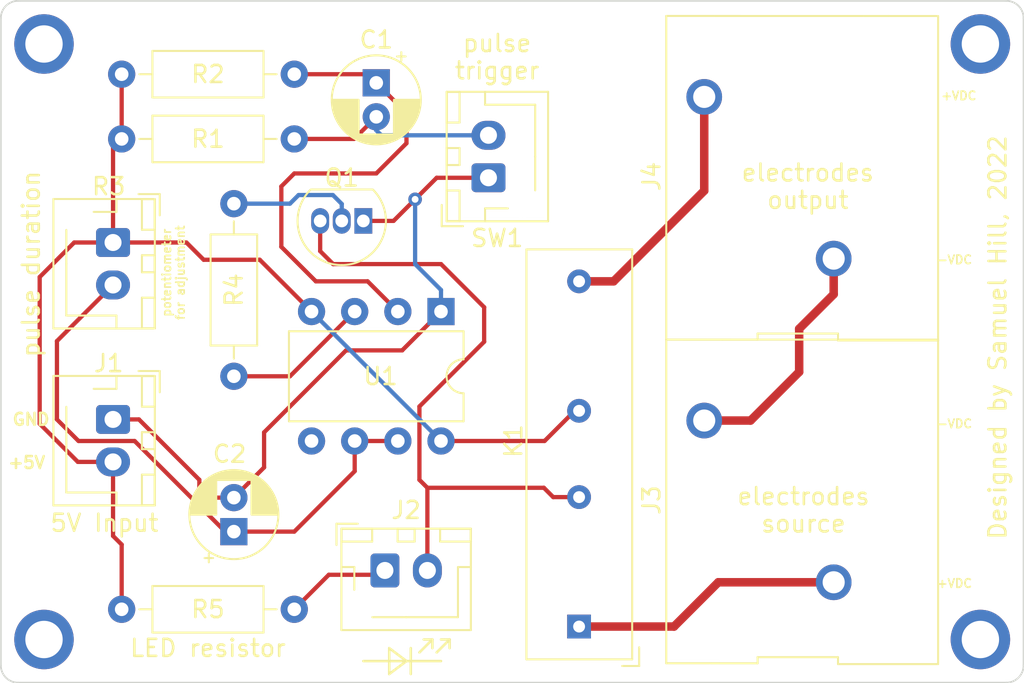
<source format=kicad_pcb>
(kicad_pcb (version 20171130) (host pcbnew "(5.1.12)-1")

  (general
    (thickness 1.6)
    (drawings 34)
    (tracks 96)
    (zones 0)
    (modules 19)
    (nets 14)
  )

  (page A4)
  (layers
    (0 F.Cu signal)
    (31 B.Cu signal)
    (32 B.Adhes user)
    (33 F.Adhes user)
    (34 B.Paste user)
    (35 F.Paste user)
    (36 B.SilkS user)
    (37 F.SilkS user)
    (38 B.Mask user)
    (39 F.Mask user)
    (40 Dwgs.User user)
    (41 Cmts.User user)
    (42 Eco1.User user)
    (43 Eco2.User user)
    (44 Edge.Cuts user)
    (45 Margin user)
    (46 B.CrtYd user)
    (47 F.CrtYd user hide)
    (48 B.Fab user)
    (49 F.Fab user hide)
  )

  (setup
    (last_trace_width 0.25)
    (trace_clearance 0.2)
    (zone_clearance 0.508)
    (zone_45_only no)
    (trace_min 0.2)
    (via_size 0.8)
    (via_drill 0.4)
    (via_min_size 0.4)
    (via_min_drill 0.3)
    (uvia_size 0.3)
    (uvia_drill 0.1)
    (uvias_allowed no)
    (uvia_min_size 0.2)
    (uvia_min_drill 0.1)
    (edge_width 0.1)
    (segment_width 0.2)
    (pcb_text_width 0.3)
    (pcb_text_size 1.5 1.5)
    (mod_edge_width 0.15)
    (mod_text_size 1 1)
    (mod_text_width 0.15)
    (pad_size 3.5 3.5)
    (pad_drill 2.2)
    (pad_to_mask_clearance 0)
    (aux_axis_origin 0 0)
    (visible_elements 7FFFFFFF)
    (pcbplotparams
      (layerselection 0x010fc_ffffffff)
      (usegerberextensions false)
      (usegerberattributes true)
      (usegerberadvancedattributes true)
      (creategerberjobfile true)
      (excludeedgelayer true)
      (linewidth 0.100000)
      (plotframeref false)
      (viasonmask false)
      (mode 1)
      (useauxorigin false)
      (hpglpennumber 1)
      (hpglpenspeed 20)
      (hpglpendiameter 15.000000)
      (psnegative false)
      (psa4output false)
      (plotreference true)
      (plotvalue true)
      (plotinvisibletext false)
      (padsonsilk false)
      (subtractmaskfromsilk false)
      (outputformat 1)
      (mirror false)
      (drillshape 1)
      (scaleselection 1)
      (outputdirectory ""))
  )

  (net 0 "")
  (net 1 "Net-(C1-Pad2)")
  (net 2 "Net-(C1-Pad1)")
  (net 3 "Net-(C2-Pad2)")
  (net 4 "Net-(C2-Pad1)")
  (net 5 "Net-(J1-Pad2)")
  (net 6 "Net-(J2-Pad2)")
  (net 7 "Net-(J2-Pad1)")
  (net 8 "Net-(J3-Pad2)")
  (net 9 "Net-(Q1-Pad2)")
  (net 10 "Net-(R4-Pad1)")
  (net 11 "Net-(U1-Pad5)")
  (net 12 "Net-(J3-Pad1)")
  (net 13 "Net-(J4-Pad2)")

  (net_class Default "This is the default net class."
    (clearance 0.2)
    (trace_width 0.25)
    (via_dia 0.8)
    (via_drill 0.4)
    (uvia_dia 0.3)
    (uvia_drill 0.1)
    (add_net "Net-(C1-Pad1)")
    (add_net "Net-(C1-Pad2)")
    (add_net "Net-(C2-Pad1)")
    (add_net "Net-(C2-Pad2)")
    (add_net "Net-(J1-Pad2)")
    (add_net "Net-(J2-Pad1)")
    (add_net "Net-(J2-Pad2)")
    (add_net "Net-(J3-Pad1)")
    (add_net "Net-(J3-Pad2)")
    (add_net "Net-(J4-Pad2)")
    (add_net "Net-(Q1-Pad2)")
    (add_net "Net-(R4-Pad1)")
    (add_net "Net-(U1-Pad5)")
  )

  (module MyModules:DIP-4_300 (layer F.Cu) (tedit 61E3C3AA) (tstamp 61E05B29)
    (at 150.876 100.076 90)
    (path /616F4CF0)
    (fp_text reference J3 (at 0.0762 -6.9088 270) (layer F.SilkS)
      (effects (font (size 1 1) (thickness 0.15)))
    )
    (fp_text value "0-1kV Input" (at 0.1778 11.2776 90) (layer F.Fab)
      (effects (font (size 1 1) (thickness 0.15)))
    )
    (fp_line (start -6.06 5.11) (end -6.06 -5.11) (layer F.CrtYd) (width 0.05))
    (fp_line (start 6.06 5.11) (end -6.06 5.11) (layer F.CrtYd) (width 0.05))
    (fp_line (start 6.06 -5.11) (end 6.06 5.11) (layer F.CrtYd) (width 0.05))
    (fp_line (start -6.06 -5.11) (end 6.06 -5.11) (layer F.CrtYd) (width 0.05))
    (fp_line (start -9.5758 4.064) (end -9.5758 9.9568) (layer F.SilkS) (width 0.12))
    (fp_line (start -9.1694 4.064) (end -9.5758 4.064) (layer F.SilkS) (width 0.12))
    (fp_line (start -9.1686 -0.6682) (end -9.1686 4.064) (layer F.SilkS) (width 0.12))
    (fp_line (start -9.5286 -0.6682) (end -9.1686 -0.6682) (layer F.SilkS) (width 0.12))
    (fp_line (start -9.525 -6.0452) (end -9.5286 -0.6682) (layer F.SilkS) (width 0.12))
    (fp_line (start 9.5214 9.954799) (end 9.525 -6.0452) (layer F.SilkS) (width 0.12))
    (fp_line (start -9.5504 9.9568) (end 9.4996 9.9568) (layer F.SilkS) (width 0.12))
    (fp_line (start -9.525 -6.0452) (end 9.525 -6.0452) (layer F.SilkS) (width 0.12))
    (pad 2 thru_hole circle (at 4.76 -3.81 90) (size 2.1 2.1) (drill 1.3) (layers *.Cu *.Mask)
      (net 8 "Net-(J3-Pad2)"))
    (pad 1 thru_hole circle (at -4.76 3.81 90) (size 2.1 2.1) (drill 1.3) (layers *.Cu *.Mask)
      (net 12 "Net-(J3-Pad1)"))
  )

  (module MyModules:DIP-4_300 (layer F.Cu) (tedit 61E3C3AA) (tstamp 61E05B14)
    (at 150.876 81.026 90)
    (path /616FD31E)
    (fp_text reference J4 (at 0.0762 -6.9088 270) (layer F.SilkS)
      (effects (font (size 1 1) (thickness 0.15)))
    )
    (fp_text value "Electrodes Out" (at 0.1778 11.2776 90) (layer F.Fab)
      (effects (font (size 1 1) (thickness 0.15)))
    )
    (fp_line (start -6.06 5.11) (end -6.06 -5.11) (layer F.CrtYd) (width 0.05))
    (fp_line (start 6.06 5.11) (end -6.06 5.11) (layer F.CrtYd) (width 0.05))
    (fp_line (start 6.06 -5.11) (end 6.06 5.11) (layer F.CrtYd) (width 0.05))
    (fp_line (start -6.06 -5.11) (end 6.06 -5.11) (layer F.CrtYd) (width 0.05))
    (fp_line (start -9.5758 4.064) (end -9.5758 9.9568) (layer F.SilkS) (width 0.12))
    (fp_line (start -9.1694 4.064) (end -9.5758 4.064) (layer F.SilkS) (width 0.12))
    (fp_line (start -9.1686 -0.6682) (end -9.1686 4.064) (layer F.SilkS) (width 0.12))
    (fp_line (start -9.5286 -0.6682) (end -9.1686 -0.6682) (layer F.SilkS) (width 0.12))
    (fp_line (start -9.525 -6.0452) (end -9.5286 -0.6682) (layer F.SilkS) (width 0.12))
    (fp_line (start 9.5214 9.954799) (end 9.525 -6.0452) (layer F.SilkS) (width 0.12))
    (fp_line (start -9.5504 9.9568) (end 9.4996 9.9568) (layer F.SilkS) (width 0.12))
    (fp_line (start -9.525 -6.0452) (end 9.525 -6.0452) (layer F.SilkS) (width 0.12))
    (pad 2 thru_hole circle (at 4.76 -3.81 90) (size 2.1 2.1) (drill 1.3) (layers *.Cu *.Mask)
      (net 13 "Net-(J4-Pad2)"))
    (pad 1 thru_hole circle (at -4.76 3.81 90) (size 2.1 2.1) (drill 1.3) (layers *.Cu *.Mask)
      (net 8 "Net-(J3-Pad2)"))
  )

  (module MyModules:Relay_SPST_StandexMeder_SHV (layer F.Cu) (tedit 61E3AE90) (tstamp 61E4A2E3)
    (at 139.7 107.442 90)
    (descr "Standex-Meder SIL-relais, Form 1A, see https://standexelectronics.com/wp-content/uploads/datasheet_reed_relay_SIL.pdf")
    (tags "Standex Meder SIL reed relais")
    (path /61E5F9A4)
    (fp_text reference K1 (at 10.922 -3.8608 90) (layer F.SilkS)
      (effects (font (size 1 1) (thickness 0.15)))
    )
    (fp_text value SHV05-1A85-78D4K (at 10.414 4.572 90) (layer F.Fab)
      (effects (font (size 1 1) (thickness 0.15)))
    )
    (fp_line (start 22.1996 3.1242) (end -1.9304 3.1242) (layer F.SilkS) (width 0.12))
    (fp_line (start -1.9304 3.1242) (end -1.9304 -3.0988) (layer F.SilkS) (width 0.12))
    (fp_line (start -1.2214 3.5366) (end -2.3214 3.5366) (layer F.SilkS) (width 0.12))
    (fp_line (start -2.3214 3.5366) (end -2.3214 2.5366) (layer F.SilkS) (width 0.12))
    (fp_line (start 22.1996 -3.0988) (end -1.9304 -3.0988) (layer F.SilkS) (width 0.12))
    (fp_line (start 22.1996 3.1242) (end 22.1996 -3.0988) (layer F.SilkS) (width 0.12))
    (pad 1 thru_hole rect (at 0 0 90) (size 1.4 1.4) (drill 0.7) (layers *.Cu *.Mask)
      (net 12 "Net-(J3-Pad1)"))
    (pad 3 thru_hole circle (at 7.62 0 90) (size 1.4 1.4) (drill 0.7) (layers *.Cu *.Mask)
      (net 6 "Net-(J2-Pad2)"))
    (pad 5 thru_hole circle (at 12.7 0 90) (size 1.4 1.4) (drill 0.7) (layers *.Cu *.Mask)
      (net 5 "Net-(J1-Pad2)"))
    (pad 7 thru_hole circle (at 20.32 0 90) (size 1.4 1.4) (drill 0.7) (layers *.Cu *.Mask)
      (net 13 "Net-(J4-Pad2)"))
    (model ${KISYS3DMOD}/Relay_THT.3dshapes/Relay_SPST_StandexMeder_SIL_Form1A.wrl
      (at (xyz 0 0 0))
      (scale (xyz 1 1 1))
      (rotate (xyz 0 0 0))
    )
  )

  (module MountingHole:MountingHole_2.2mm_M2_ISO7380_Pad (layer F.Cu) (tedit 56D1B4CB) (tstamp 61E0CF28)
    (at 163.322 108.204)
    (descr "Mounting Hole 2.2mm, M2, ISO7380")
    (tags "mounting hole 2.2mm m2 iso7380")
    (attr virtual)
    (fp_text reference REF** (at 0 0) (layer F.SilkS) hide
      (effects (font (size 1 1) (thickness 0.15)))
    )
    (fp_text value MountingHole_2.2mm_M2_ISO7380_Pad (at 0 2.75) (layer F.Fab) hide
      (effects (font (size 1 1) (thickness 0.15)))
    )
    (fp_circle (center 0 0) (end 2 0) (layer F.CrtYd) (width 0.05))
    (fp_circle (center 0 0) (end 1.75 0) (layer Cmts.User) (width 0.15))
    (pad 1 thru_hole circle (at 0 0) (size 3.5 3.5) (drill 2.2) (layers *.Cu *.Mask))
  )

  (module MountingHole:MountingHole_2.2mm_M2_ISO7380_Pad (layer F.Cu) (tedit 56D1B4CB) (tstamp 61E0CF04)
    (at 108.204 108.204)
    (descr "Mounting Hole 2.2mm, M2, ISO7380")
    (tags "mounting hole 2.2mm m2 iso7380")
    (attr virtual)
    (fp_text reference REF** (at 0 0.254 unlocked) (layer F.SilkS) hide
      (effects (font (size 1 1) (thickness 0.15)))
    )
    (fp_text value MountingHole_2.2mm_M2_ISO7380_Pad (at 0 2.75) (layer F.Fab) hide
      (effects (font (size 1 1) (thickness 0.15)))
    )
    (fp_circle (center 0 0) (end 2 0) (layer F.CrtYd) (width 0.05))
    (fp_circle (center 0 0) (end 1.75 0) (layer Cmts.User) (width 0.15))
    (pad 1 thru_hole circle (at 0 0) (size 3.5 3.5) (drill 2.2) (layers *.Cu *.Mask))
  )

  (module MountingHole:MountingHole_2.2mm_M2_ISO7380_Pad (layer F.Cu) (tedit 56D1B4CB) (tstamp 61E0CED0)
    (at 163.322 73.152)
    (descr "Mounting Hole 2.2mm, M2, ISO7380")
    (tags "mounting hole 2.2mm m2 iso7380")
    (attr virtual)
    (fp_text reference REF** (at 0 0.254) (layer F.SilkS) hide
      (effects (font (size 1 1) (thickness 0.15)))
    )
    (fp_text value MountingHole_2.2mm_M2_ISO7380_Pad (at 0 2.75) (layer F.Fab) hide
      (effects (font (size 1 1) (thickness 0.15)))
    )
    (fp_circle (center 0 0) (end 2 0) (layer F.CrtYd) (width 0.05))
    (fp_circle (center 0 0) (end 1.75 0) (layer Cmts.User) (width 0.15))
    (pad 1 thru_hole circle (at 0 0) (size 3.5 3.5) (drill 2.2) (layers *.Cu *.Mask))
  )

  (module MountingHole:MountingHole_2.2mm_M2_ISO7380_Pad (layer F.Cu) (tedit 56D1B4CB) (tstamp 61E0CE90)
    (at 108.204 73.152)
    (descr "Mounting Hole 2.2mm, M2, ISO7380")
    (tags "mounting hole 2.2mm m2 iso7380")
    (attr virtual)
    (fp_text reference REF** (at 0 0) (layer F.SilkS) hide
      (effects (font (size 1 1) (thickness 0.15)))
    )
    (fp_text value MountingHole_2.2mm_M2_ISO7380_Pad (at 0 2.75) (layer F.Fab) hide
      (effects (font (size 1 1) (thickness 0.15)))
    )
    (fp_circle (center 0 0) (end 2 0) (layer F.CrtYd) (width 0.05))
    (fp_circle (center 0 0) (end 1.75 0) (layer Cmts.User) (width 0.15))
    (pad 1 thru_hole circle (at 0 0) (size 3.5 3.5) (drill 2.2) (layers *.Cu *.Mask))
  )

  (module Connector_JST:JST_XH_B2B-XH-AM_1x02_P2.50mm_Vertical (layer F.Cu) (tedit 5C28146E) (tstamp 61E05B53)
    (at 128.27 104.14)
    (descr "JST XH series connector, B2B-XH-AM, with boss (http://www.jst-mfg.com/product/pdf/eng/eXH.pdf), generated with kicad-footprint-generator")
    (tags "connector JST XH vertical boss")
    (path /61EBE6D5)
    (fp_text reference J2 (at 1.25 -3.55) (layer F.SilkS)
      (effects (font (size 1 1) (thickness 0.15)))
    )
    (fp_text value "LED OUT" (at 1.25 4.6) (layer F.Fab)
      (effects (font (size 1 1) (thickness 0.15)))
    )
    (fp_line (start -2.85 -2.75) (end -2.85 -1.5) (layer F.SilkS) (width 0.12))
    (fp_line (start -1.6 -2.75) (end -2.85 -2.75) (layer F.SilkS) (width 0.12))
    (fp_line (start 4.3 2.75) (end 1.25 2.75) (layer F.SilkS) (width 0.12))
    (fp_line (start 4.3 -0.2) (end 4.3 2.75) (layer F.SilkS) (width 0.12))
    (fp_line (start 5.05 -0.2) (end 4.3 -0.2) (layer F.SilkS) (width 0.12))
    (fp_line (start 1.25 2.75) (end -0.74 2.75) (layer F.SilkS) (width 0.12))
    (fp_line (start -1.8 -0.2) (end -1.8 1.14) (layer F.SilkS) (width 0.12))
    (fp_line (start -2.55 -0.2) (end -1.8 -0.2) (layer F.SilkS) (width 0.12))
    (fp_line (start 5.05 -2.45) (end 3.25 -2.45) (layer F.SilkS) (width 0.12))
    (fp_line (start 5.05 -1.7) (end 5.05 -2.45) (layer F.SilkS) (width 0.12))
    (fp_line (start 3.25 -1.7) (end 5.05 -1.7) (layer F.SilkS) (width 0.12))
    (fp_line (start 3.25 -2.45) (end 3.25 -1.7) (layer F.SilkS) (width 0.12))
    (fp_line (start -0.75 -2.45) (end -2.55 -2.45) (layer F.SilkS) (width 0.12))
    (fp_line (start -0.75 -1.7) (end -0.75 -2.45) (layer F.SilkS) (width 0.12))
    (fp_line (start -2.55 -1.7) (end -0.75 -1.7) (layer F.SilkS) (width 0.12))
    (fp_line (start -2.55 -2.45) (end -2.55 -1.7) (layer F.SilkS) (width 0.12))
    (fp_line (start 1.75 -2.45) (end 0.75 -2.45) (layer F.SilkS) (width 0.12))
    (fp_line (start 1.75 -1.7) (end 1.75 -2.45) (layer F.SilkS) (width 0.12))
    (fp_line (start 0.75 -1.7) (end 1.75 -1.7) (layer F.SilkS) (width 0.12))
    (fp_line (start 0.75 -2.45) (end 0.75 -1.7) (layer F.SilkS) (width 0.12))
    (fp_line (start 0 -1.35) (end 0.625 -2.35) (layer F.Fab) (width 0.1))
    (fp_line (start -0.625 -2.35) (end 0 -1.35) (layer F.Fab) (width 0.1))
    (fp_line (start 5.45 -2.85) (end -2.95 -2.85) (layer F.CrtYd) (width 0.05))
    (fp_line (start 5.45 3.9) (end 5.45 -2.85) (layer F.CrtYd) (width 0.05))
    (fp_line (start -2.95 3.9) (end 5.45 3.9) (layer F.CrtYd) (width 0.05))
    (fp_line (start -2.95 -2.85) (end -2.95 3.9) (layer F.CrtYd) (width 0.05))
    (fp_line (start 5.06 -2.46) (end -2.56 -2.46) (layer F.SilkS) (width 0.12))
    (fp_line (start 5.06 3.51) (end 5.06 -2.46) (layer F.SilkS) (width 0.12))
    (fp_line (start -2.56 3.51) (end 5.06 3.51) (layer F.SilkS) (width 0.12))
    (fp_line (start -2.56 -2.46) (end -2.56 3.51) (layer F.SilkS) (width 0.12))
    (fp_line (start 4.95 -2.35) (end -2.45 -2.35) (layer F.Fab) (width 0.1))
    (fp_line (start 4.95 3.4) (end 4.95 -2.35) (layer F.Fab) (width 0.1))
    (fp_line (start -2.45 3.4) (end 4.95 3.4) (layer F.Fab) (width 0.1))
    (fp_line (start -2.45 -2.35) (end -2.45 3.4) (layer F.Fab) (width 0.1))
    (fp_text user %R (at 1.25 2.7) (layer F.Fab)
      (effects (font (size 1 1) (thickness 0.15)))
    )
    (pad "" np_thru_hole circle (at -1.6 2) (size 1.2 1.2) (drill 1.2) (layers *.Cu *.Mask))
    (pad 2 thru_hole oval (at 2.5 0) (size 1.7 2) (drill 1) (layers *.Cu *.Mask)
      (net 6 "Net-(J2-Pad2)"))
    (pad 1 thru_hole roundrect (at 0 0) (size 1.7 2) (drill 1) (layers *.Cu *.Mask) (roundrect_rratio 0.147059)
      (net 7 "Net-(J2-Pad1)"))
    (model ${KISYS3DMOD}/Connector_JST.3dshapes/JST_XH_B2B-XH-AM_1x02_P2.50mm_Vertical.wrl
      (at (xyz 0 0 0))
      (scale (xyz 1 1 1))
      (rotate (xyz 0 0 0))
    )
  )

  (module Connector_JST:JST_XH_B2B-XH-AM_1x02_P2.50mm_Vertical (layer F.Cu) (tedit 5C28146E) (tstamp 61E05AFF)
    (at 112.268 95.25 270)
    (descr "JST XH series connector, B2B-XH-AM, with boss (http://www.jst-mfg.com/product/pdf/eng/eXH.pdf), generated with kicad-footprint-generator")
    (tags "connector JST XH vertical boss")
    (path /617435B8)
    (fp_text reference J1 (at -3.302 0.254 180) (layer F.SilkS)
      (effects (font (size 1 1) (thickness 0.15)))
    )
    (fp_text value "5V Input" (at 1.25 4.6 90) (layer F.Fab)
      (effects (font (size 1 1) (thickness 0.15)))
    )
    (fp_line (start -2.45 -2.35) (end -2.45 3.4) (layer F.Fab) (width 0.1))
    (fp_line (start -2.45 3.4) (end 4.95 3.4) (layer F.Fab) (width 0.1))
    (fp_line (start 4.95 3.4) (end 4.95 -2.35) (layer F.Fab) (width 0.1))
    (fp_line (start 4.95 -2.35) (end -2.45 -2.35) (layer F.Fab) (width 0.1))
    (fp_line (start -2.56 -2.46) (end -2.56 3.51) (layer F.SilkS) (width 0.12))
    (fp_line (start -2.56 3.51) (end 5.06 3.51) (layer F.SilkS) (width 0.12))
    (fp_line (start 5.06 3.51) (end 5.06 -2.46) (layer F.SilkS) (width 0.12))
    (fp_line (start 5.06 -2.46) (end -2.56 -2.46) (layer F.SilkS) (width 0.12))
    (fp_line (start -2.95 -2.85) (end -2.95 3.9) (layer F.CrtYd) (width 0.05))
    (fp_line (start -2.95 3.9) (end 5.45 3.9) (layer F.CrtYd) (width 0.05))
    (fp_line (start 5.45 3.9) (end 5.45 -2.85) (layer F.CrtYd) (width 0.05))
    (fp_line (start 5.45 -2.85) (end -2.95 -2.85) (layer F.CrtYd) (width 0.05))
    (fp_line (start -0.625 -2.35) (end 0 -1.35) (layer F.Fab) (width 0.1))
    (fp_line (start 0 -1.35) (end 0.625 -2.35) (layer F.Fab) (width 0.1))
    (fp_line (start 0.75 -2.45) (end 0.75 -1.7) (layer F.SilkS) (width 0.12))
    (fp_line (start 0.75 -1.7) (end 1.75 -1.7) (layer F.SilkS) (width 0.12))
    (fp_line (start 1.75 -1.7) (end 1.75 -2.45) (layer F.SilkS) (width 0.12))
    (fp_line (start 1.75 -2.45) (end 0.75 -2.45) (layer F.SilkS) (width 0.12))
    (fp_line (start -2.55 -2.45) (end -2.55 -1.7) (layer F.SilkS) (width 0.12))
    (fp_line (start -2.55 -1.7) (end -0.75 -1.7) (layer F.SilkS) (width 0.12))
    (fp_line (start -0.75 -1.7) (end -0.75 -2.45) (layer F.SilkS) (width 0.12))
    (fp_line (start -0.75 -2.45) (end -2.55 -2.45) (layer F.SilkS) (width 0.12))
    (fp_line (start 3.25 -2.45) (end 3.25 -1.7) (layer F.SilkS) (width 0.12))
    (fp_line (start 3.25 -1.7) (end 5.05 -1.7) (layer F.SilkS) (width 0.12))
    (fp_line (start 5.05 -1.7) (end 5.05 -2.45) (layer F.SilkS) (width 0.12))
    (fp_line (start 5.05 -2.45) (end 3.25 -2.45) (layer F.SilkS) (width 0.12))
    (fp_line (start -2.55 -0.2) (end -1.8 -0.2) (layer F.SilkS) (width 0.12))
    (fp_line (start -1.8 -0.2) (end -1.8 1.14) (layer F.SilkS) (width 0.12))
    (fp_line (start 1.25 2.75) (end -0.74 2.75) (layer F.SilkS) (width 0.12))
    (fp_line (start 5.05 -0.2) (end 4.3 -0.2) (layer F.SilkS) (width 0.12))
    (fp_line (start 4.3 -0.2) (end 4.3 2.75) (layer F.SilkS) (width 0.12))
    (fp_line (start 4.3 2.75) (end 1.25 2.75) (layer F.SilkS) (width 0.12))
    (fp_line (start -1.6 -2.75) (end -2.85 -2.75) (layer F.SilkS) (width 0.12))
    (fp_line (start -2.85 -2.75) (end -2.85 -1.5) (layer F.SilkS) (width 0.12))
    (fp_text user %R (at 1.25 2.7 90) (layer F.Fab)
      (effects (font (size 1 1) (thickness 0.15)))
    )
    (pad "" np_thru_hole circle (at -1.6 2 270) (size 1.2 1.2) (drill 1.2) (layers *.Cu *.Mask))
    (pad 2 thru_hole oval (at 2.5 0 270) (size 1.7 2) (drill 1) (layers *.Cu *.Mask)
      (net 5 "Net-(J1-Pad2)"))
    (pad 1 thru_hole roundrect (at 0 0 270) (size 1.7 2) (drill 1) (layers *.Cu *.Mask) (roundrect_rratio 0.147059)
      (net 3 "Net-(C2-Pad2)"))
    (model ${KISYS3DMOD}/Connector_JST.3dshapes/JST_XH_B2B-XH-AM_1x02_P2.50mm_Vertical.wrl
      (at (xyz 0 0 0))
      (scale (xyz 1 1 1))
      (rotate (xyz 0 0 0))
    )
  )

  (module Resistor_THT:R_Axial_DIN0207_L6.3mm_D2.5mm_P10.16mm_Horizontal (layer F.Cu) (tedit 5AE5139B) (tstamp 61E37355)
    (at 112.776 106.426)
    (descr "Resistor, Axial_DIN0207 series, Axial, Horizontal, pin pitch=10.16mm, 0.25W = 1/4W, length*diameter=6.3*2.5mm^2, http://cdn-reichelt.de/documents/datenblatt/B400/1_4W%23YAG.pdf")
    (tags "Resistor Axial_DIN0207 series Axial Horizontal pin pitch 10.16mm 0.25W = 1/4W length 6.3mm diameter 2.5mm")
    (path /61E36B4F)
    (fp_text reference R5 (at 5.08 0) (layer F.SilkS)
      (effects (font (size 1 1) (thickness 0.15)))
    )
    (fp_text value LED (at 5.08 2.37) (layer F.Fab)
      (effects (font (size 1 1) (thickness 0.15)))
    )
    (fp_line (start 11.21 -1.5) (end -1.05 -1.5) (layer F.CrtYd) (width 0.05))
    (fp_line (start 11.21 1.5) (end 11.21 -1.5) (layer F.CrtYd) (width 0.05))
    (fp_line (start -1.05 1.5) (end 11.21 1.5) (layer F.CrtYd) (width 0.05))
    (fp_line (start -1.05 -1.5) (end -1.05 1.5) (layer F.CrtYd) (width 0.05))
    (fp_line (start 9.12 0) (end 8.35 0) (layer F.SilkS) (width 0.12))
    (fp_line (start 1.04 0) (end 1.81 0) (layer F.SilkS) (width 0.12))
    (fp_line (start 8.35 -1.37) (end 1.81 -1.37) (layer F.SilkS) (width 0.12))
    (fp_line (start 8.35 1.37) (end 8.35 -1.37) (layer F.SilkS) (width 0.12))
    (fp_line (start 1.81 1.37) (end 8.35 1.37) (layer F.SilkS) (width 0.12))
    (fp_line (start 1.81 -1.37) (end 1.81 1.37) (layer F.SilkS) (width 0.12))
    (fp_line (start 10.16 0) (end 8.23 0) (layer F.Fab) (width 0.1))
    (fp_line (start 0 0) (end 1.93 0) (layer F.Fab) (width 0.1))
    (fp_line (start 8.23 -1.25) (end 1.93 -1.25) (layer F.Fab) (width 0.1))
    (fp_line (start 8.23 1.25) (end 8.23 -1.25) (layer F.Fab) (width 0.1))
    (fp_line (start 1.93 1.25) (end 8.23 1.25) (layer F.Fab) (width 0.1))
    (fp_line (start 1.93 -1.25) (end 1.93 1.25) (layer F.Fab) (width 0.1))
    (fp_text user %R (at 5.08 0) (layer F.Fab)
      (effects (font (size 1 1) (thickness 0.15)))
    )
    (pad 2 thru_hole oval (at 10.16 0) (size 1.6 1.6) (drill 0.8) (layers *.Cu *.Mask)
      (net 7 "Net-(J2-Pad1)"))
    (pad 1 thru_hole circle (at 0 0) (size 1.6 1.6) (drill 0.8) (layers *.Cu *.Mask)
      (net 5 "Net-(J1-Pad2)"))
    (model ${KISYS3DMOD}/Resistor_THT.3dshapes/R_Axial_DIN0207_L6.3mm_D2.5mm_P10.16mm_Horizontal.wrl
      (at (xyz 0 0 0))
      (scale (xyz 1 1 1))
      (rotate (xyz 0 0 0))
    )
  )

  (module Package_DIP:DIP-8_W7.62mm (layer F.Cu) (tedit 5A02E8C5) (tstamp 61E05C4D)
    (at 131.572 88.9 270)
    (descr "8-lead though-hole mounted DIP package, row spacing 7.62 mm (300 mils)")
    (tags "THT DIP DIL PDIP 2.54mm 7.62mm 300mil")
    (path /61686519)
    (fp_text reference U1 (at 3.81 3.556 180) (layer F.SilkS)
      (effects (font (size 1 1) (thickness 0.15)))
    )
    (fp_text value NE555P (at 3.81 9.95 90) (layer F.Fab)
      (effects (font (size 1 1) (thickness 0.15)))
    )
    (fp_line (start 8.7 -1.55) (end -1.1 -1.55) (layer F.CrtYd) (width 0.05))
    (fp_line (start 8.7 9.15) (end 8.7 -1.55) (layer F.CrtYd) (width 0.05))
    (fp_line (start -1.1 9.15) (end 8.7 9.15) (layer F.CrtYd) (width 0.05))
    (fp_line (start -1.1 -1.55) (end -1.1 9.15) (layer F.CrtYd) (width 0.05))
    (fp_line (start 6.46 -1.33) (end 4.81 -1.33) (layer F.SilkS) (width 0.12))
    (fp_line (start 6.46 8.95) (end 6.46 -1.33) (layer F.SilkS) (width 0.12))
    (fp_line (start 1.16 8.95) (end 6.46 8.95) (layer F.SilkS) (width 0.12))
    (fp_line (start 1.16 -1.33) (end 1.16 8.95) (layer F.SilkS) (width 0.12))
    (fp_line (start 2.81 -1.33) (end 1.16 -1.33) (layer F.SilkS) (width 0.12))
    (fp_line (start 0.635 -0.27) (end 1.635 -1.27) (layer F.Fab) (width 0.1))
    (fp_line (start 0.635 8.89) (end 0.635 -0.27) (layer F.Fab) (width 0.1))
    (fp_line (start 6.985 8.89) (end 0.635 8.89) (layer F.Fab) (width 0.1))
    (fp_line (start 6.985 -1.27) (end 6.985 8.89) (layer F.Fab) (width 0.1))
    (fp_line (start 1.635 -1.27) (end 6.985 -1.27) (layer F.Fab) (width 0.1))
    (fp_text user %R (at 3.81 3.81 90) (layer F.Fab)
      (effects (font (size 1 1) (thickness 0.15)))
    )
    (fp_arc (start 3.81 -1.33) (end 2.81 -1.33) (angle -180) (layer F.SilkS) (width 0.12))
    (pad 8 thru_hole oval (at 7.62 0 270) (size 1.6 1.6) (drill 0.8) (layers *.Cu *.Mask)
      (net 5 "Net-(J1-Pad2)"))
    (pad 4 thru_hole oval (at 0 7.62 270) (size 1.6 1.6) (drill 0.8) (layers *.Cu *.Mask)
      (net 5 "Net-(J1-Pad2)"))
    (pad 7 thru_hole oval (at 7.62 2.54 270) (size 1.6 1.6) (drill 0.8) (layers *.Cu *.Mask)
      (net 4 "Net-(C2-Pad1)"))
    (pad 3 thru_hole oval (at 0 5.08 270) (size 1.6 1.6) (drill 0.8) (layers *.Cu *.Mask)
      (net 10 "Net-(R4-Pad1)"))
    (pad 6 thru_hole oval (at 7.62 5.08 270) (size 1.6 1.6) (drill 0.8) (layers *.Cu *.Mask)
      (net 4 "Net-(C2-Pad1)"))
    (pad 2 thru_hole oval (at 0 2.54 270) (size 1.6 1.6) (drill 0.8) (layers *.Cu *.Mask)
      (net 2 "Net-(C1-Pad1)"))
    (pad 5 thru_hole oval (at 7.62 7.62 270) (size 1.6 1.6) (drill 0.8) (layers *.Cu *.Mask)
      (net 11 "Net-(U1-Pad5)"))
    (pad 1 thru_hole rect (at 0 0 270) (size 1.6 1.6) (drill 0.8) (layers *.Cu *.Mask)
      (net 3 "Net-(C2-Pad2)"))
    (model ${KISYS3DMOD}/Package_DIP.3dshapes/DIP-8_W7.62mm.wrl
      (at (xyz 0 0 0))
      (scale (xyz 1 1 1))
      (rotate (xyz 0 0 0))
    )
  )

  (module Connector_JST:JST_XH_B2B-XH-AM_1x02_P2.50mm_Vertical (layer F.Cu) (tedit 5C28146E) (tstamp 61E05C31)
    (at 134.366 81.026 90)
    (descr "JST XH series connector, B2B-XH-AM, with boss (http://www.jst-mfg.com/product/pdf/eng/eXH.pdf), generated with kicad-footprint-generator")
    (tags "connector JST XH vertical boss")
    (path /6166E850)
    (fp_text reference SW1 (at -3.556 0.508 180) (layer F.SilkS)
      (effects (font (size 1 1) (thickness 0.15)))
    )
    (fp_text value Pulse (at 1.25 4.6 90) (layer F.Fab)
      (effects (font (size 1 1) (thickness 0.15)))
    )
    (fp_line (start -2.85 -2.75) (end -2.85 -1.5) (layer F.SilkS) (width 0.12))
    (fp_line (start -1.6 -2.75) (end -2.85 -2.75) (layer F.SilkS) (width 0.12))
    (fp_line (start 4.3 2.75) (end 1.25 2.75) (layer F.SilkS) (width 0.12))
    (fp_line (start 4.3 -0.2) (end 4.3 2.75) (layer F.SilkS) (width 0.12))
    (fp_line (start 5.05 -0.2) (end 4.3 -0.2) (layer F.SilkS) (width 0.12))
    (fp_line (start 1.25 2.75) (end -0.74 2.75) (layer F.SilkS) (width 0.12))
    (fp_line (start -1.8 -0.2) (end -1.8 1.14) (layer F.SilkS) (width 0.12))
    (fp_line (start -2.55 -0.2) (end -1.8 -0.2) (layer F.SilkS) (width 0.12))
    (fp_line (start 5.05 -2.45) (end 3.25 -2.45) (layer F.SilkS) (width 0.12))
    (fp_line (start 5.05 -1.7) (end 5.05 -2.45) (layer F.SilkS) (width 0.12))
    (fp_line (start 3.25 -1.7) (end 5.05 -1.7) (layer F.SilkS) (width 0.12))
    (fp_line (start 3.25 -2.45) (end 3.25 -1.7) (layer F.SilkS) (width 0.12))
    (fp_line (start -0.75 -2.45) (end -2.55 -2.45) (layer F.SilkS) (width 0.12))
    (fp_line (start -0.75 -1.7) (end -0.75 -2.45) (layer F.SilkS) (width 0.12))
    (fp_line (start -2.55 -1.7) (end -0.75 -1.7) (layer F.SilkS) (width 0.12))
    (fp_line (start -2.55 -2.45) (end -2.55 -1.7) (layer F.SilkS) (width 0.12))
    (fp_line (start 1.75 -2.45) (end 0.75 -2.45) (layer F.SilkS) (width 0.12))
    (fp_line (start 1.75 -1.7) (end 1.75 -2.45) (layer F.SilkS) (width 0.12))
    (fp_line (start 0.75 -1.7) (end 1.75 -1.7) (layer F.SilkS) (width 0.12))
    (fp_line (start 0.75 -2.45) (end 0.75 -1.7) (layer F.SilkS) (width 0.12))
    (fp_line (start 0 -1.35) (end 0.625 -2.35) (layer F.Fab) (width 0.1))
    (fp_line (start -0.625 -2.35) (end 0 -1.35) (layer F.Fab) (width 0.1))
    (fp_line (start 5.45 -2.85) (end -2.95 -2.85) (layer F.CrtYd) (width 0.05))
    (fp_line (start 5.45 3.9) (end 5.45 -2.85) (layer F.CrtYd) (width 0.05))
    (fp_line (start -2.95 3.9) (end 5.45 3.9) (layer F.CrtYd) (width 0.05))
    (fp_line (start -2.95 -2.85) (end -2.95 3.9) (layer F.CrtYd) (width 0.05))
    (fp_line (start 5.06 -2.46) (end -2.56 -2.46) (layer F.SilkS) (width 0.12))
    (fp_line (start 5.06 3.51) (end 5.06 -2.46) (layer F.SilkS) (width 0.12))
    (fp_line (start -2.56 3.51) (end 5.06 3.51) (layer F.SilkS) (width 0.12))
    (fp_line (start -2.56 -2.46) (end -2.56 3.51) (layer F.SilkS) (width 0.12))
    (fp_line (start 4.95 -2.35) (end -2.45 -2.35) (layer F.Fab) (width 0.1))
    (fp_line (start 4.95 3.4) (end 4.95 -2.35) (layer F.Fab) (width 0.1))
    (fp_line (start -2.45 3.4) (end 4.95 3.4) (layer F.Fab) (width 0.1))
    (fp_line (start -2.45 -2.35) (end -2.45 3.4) (layer F.Fab) (width 0.1))
    (fp_text user %R (at 1.25 2.7 90) (layer F.Fab)
      (effects (font (size 1 1) (thickness 0.15)))
    )
    (pad "" np_thru_hole circle (at -1.6 2 90) (size 1.2 1.2) (drill 1.2) (layers *.Cu *.Mask))
    (pad 2 thru_hole oval (at 2.5 0 90) (size 1.7 2) (drill 1) (layers *.Cu *.Mask)
      (net 1 "Net-(C1-Pad2)"))
    (pad 1 thru_hole roundrect (at 0 0 90) (size 1.7 2) (drill 1) (layers *.Cu *.Mask) (roundrect_rratio 0.147059)
      (net 3 "Net-(C2-Pad2)"))
    (model ${KISYS3DMOD}/Connector_JST.3dshapes/JST_XH_B2B-XH-AM_1x02_P2.50mm_Vertical.wrl
      (at (xyz 0 0 0))
      (scale (xyz 1 1 1))
      (rotate (xyz 0 0 0))
    )
  )

  (module Resistor_THT:R_Axial_DIN0207_L6.3mm_D2.5mm_P10.16mm_Horizontal (layer F.Cu) (tedit 5AE5139B) (tstamp 61E05BF0)
    (at 119.38 92.71 90)
    (descr "Resistor, Axial_DIN0207 series, Axial, Horizontal, pin pitch=10.16mm, 0.25W = 1/4W, length*diameter=6.3*2.5mm^2, http://cdn-reichelt.de/documents/datenblatt/B400/1_4W%23YAG.pdf")
    (tags "Resistor Axial_DIN0207 series Axial Horizontal pin pitch 10.16mm 0.25W = 1/4W length 6.3mm diameter 2.5mm")
    (path /61665F91)
    (fp_text reference R4 (at 5.08 0 90) (layer F.SilkS)
      (effects (font (size 1 1) (thickness 0.15)))
    )
    (fp_text value 10kΩ (at 5.08 2.37 90) (layer F.Fab)
      (effects (font (size 1 1) (thickness 0.15)))
    )
    (fp_line (start 11.21 -1.5) (end -1.05 -1.5) (layer F.CrtYd) (width 0.05))
    (fp_line (start 11.21 1.5) (end 11.21 -1.5) (layer F.CrtYd) (width 0.05))
    (fp_line (start -1.05 1.5) (end 11.21 1.5) (layer F.CrtYd) (width 0.05))
    (fp_line (start -1.05 -1.5) (end -1.05 1.5) (layer F.CrtYd) (width 0.05))
    (fp_line (start 9.12 0) (end 8.35 0) (layer F.SilkS) (width 0.12))
    (fp_line (start 1.04 0) (end 1.81 0) (layer F.SilkS) (width 0.12))
    (fp_line (start 8.35 -1.37) (end 1.81 -1.37) (layer F.SilkS) (width 0.12))
    (fp_line (start 8.35 1.37) (end 8.35 -1.37) (layer F.SilkS) (width 0.12))
    (fp_line (start 1.81 1.37) (end 8.35 1.37) (layer F.SilkS) (width 0.12))
    (fp_line (start 1.81 -1.37) (end 1.81 1.37) (layer F.SilkS) (width 0.12))
    (fp_line (start 10.16 0) (end 8.23 0) (layer F.Fab) (width 0.1))
    (fp_line (start 0 0) (end 1.93 0) (layer F.Fab) (width 0.1))
    (fp_line (start 8.23 -1.25) (end 1.93 -1.25) (layer F.Fab) (width 0.1))
    (fp_line (start 8.23 1.25) (end 8.23 -1.25) (layer F.Fab) (width 0.1))
    (fp_line (start 1.93 1.25) (end 8.23 1.25) (layer F.Fab) (width 0.1))
    (fp_line (start 1.93 -1.25) (end 1.93 1.25) (layer F.Fab) (width 0.1))
    (fp_text user %R (at 5.08 0 90) (layer F.Fab)
      (effects (font (size 1 1) (thickness 0.15)))
    )
    (pad 2 thru_hole oval (at 10.16 0 90) (size 1.6 1.6) (drill 0.8) (layers *.Cu *.Mask)
      (net 9 "Net-(Q1-Pad2)"))
    (pad 1 thru_hole circle (at 0 0 90) (size 1.6 1.6) (drill 0.8) (layers *.Cu *.Mask)
      (net 10 "Net-(R4-Pad1)"))
    (model ${KISYS3DMOD}/Resistor_THT.3dshapes/R_Axial_DIN0207_L6.3mm_D2.5mm_P10.16mm_Horizontal.wrl
      (at (xyz 0 0 0))
      (scale (xyz 1 1 1))
      (rotate (xyz 0 0 0))
    )
  )

  (module Connector_JST:JST_XH_B2B-XH-AM_1x02_P2.50mm_Vertical (layer F.Cu) (tedit 5C28146E) (tstamp 61E05BD9)
    (at 112.268 84.836 270)
    (descr "JST XH series connector, B2B-XH-AM, with boss (http://www.jst-mfg.com/product/pdf/eng/eXH.pdf), generated with kicad-footprint-generator")
    (tags "connector JST XH vertical boss")
    (path /61E3C521)
    (fp_text reference R3 (at -3.302 0.254 180) (layer F.SilkS)
      (effects (font (size 1 1) (thickness 0.15)))
    )
    (fp_text value "20kΩ Pot/Varistor" (at 1.25 4.6 90) (layer F.Fab)
      (effects (font (size 1 1) (thickness 0.15)))
    )
    (fp_line (start -2.85 -2.75) (end -2.85 -1.5) (layer F.SilkS) (width 0.12))
    (fp_line (start -1.6 -2.75) (end -2.85 -2.75) (layer F.SilkS) (width 0.12))
    (fp_line (start 4.3 2.75) (end 1.25 2.75) (layer F.SilkS) (width 0.12))
    (fp_line (start 4.3 -0.2) (end 4.3 2.75) (layer F.SilkS) (width 0.12))
    (fp_line (start 5.05 -0.2) (end 4.3 -0.2) (layer F.SilkS) (width 0.12))
    (fp_line (start 1.25 2.75) (end -0.74 2.75) (layer F.SilkS) (width 0.12))
    (fp_line (start -1.8 -0.2) (end -1.8 1.14) (layer F.SilkS) (width 0.12))
    (fp_line (start -2.55 -0.2) (end -1.8 -0.2) (layer F.SilkS) (width 0.12))
    (fp_line (start 5.05 -2.45) (end 3.25 -2.45) (layer F.SilkS) (width 0.12))
    (fp_line (start 5.05 -1.7) (end 5.05 -2.45) (layer F.SilkS) (width 0.12))
    (fp_line (start 3.25 -1.7) (end 5.05 -1.7) (layer F.SilkS) (width 0.12))
    (fp_line (start 3.25 -2.45) (end 3.25 -1.7) (layer F.SilkS) (width 0.12))
    (fp_line (start -0.75 -2.45) (end -2.55 -2.45) (layer F.SilkS) (width 0.12))
    (fp_line (start -0.75 -1.7) (end -0.75 -2.45) (layer F.SilkS) (width 0.12))
    (fp_line (start -2.55 -1.7) (end -0.75 -1.7) (layer F.SilkS) (width 0.12))
    (fp_line (start -2.55 -2.45) (end -2.55 -1.7) (layer F.SilkS) (width 0.12))
    (fp_line (start 1.75 -2.45) (end 0.75 -2.45) (layer F.SilkS) (width 0.12))
    (fp_line (start 1.75 -1.7) (end 1.75 -2.45) (layer F.SilkS) (width 0.12))
    (fp_line (start 0.75 -1.7) (end 1.75 -1.7) (layer F.SilkS) (width 0.12))
    (fp_line (start 0.75 -2.45) (end 0.75 -1.7) (layer F.SilkS) (width 0.12))
    (fp_line (start 0 -1.35) (end 0.625 -2.35) (layer F.Fab) (width 0.1))
    (fp_line (start -0.625 -2.35) (end 0 -1.35) (layer F.Fab) (width 0.1))
    (fp_line (start 5.45 -2.85) (end -2.95 -2.85) (layer F.CrtYd) (width 0.05))
    (fp_line (start 5.45 3.9) (end 5.45 -2.85) (layer F.CrtYd) (width 0.05))
    (fp_line (start -2.95 3.9) (end 5.45 3.9) (layer F.CrtYd) (width 0.05))
    (fp_line (start -2.95 -2.85) (end -2.95 3.9) (layer F.CrtYd) (width 0.05))
    (fp_line (start 5.06 -2.46) (end -2.56 -2.46) (layer F.SilkS) (width 0.12))
    (fp_line (start 5.06 3.51) (end 5.06 -2.46) (layer F.SilkS) (width 0.12))
    (fp_line (start -2.56 3.51) (end 5.06 3.51) (layer F.SilkS) (width 0.12))
    (fp_line (start -2.56 -2.46) (end -2.56 3.51) (layer F.SilkS) (width 0.12))
    (fp_line (start 4.95 -2.35) (end -2.45 -2.35) (layer F.Fab) (width 0.1))
    (fp_line (start 4.95 3.4) (end 4.95 -2.35) (layer F.Fab) (width 0.1))
    (fp_line (start -2.45 3.4) (end 4.95 3.4) (layer F.Fab) (width 0.1))
    (fp_line (start -2.45 -2.35) (end -2.45 3.4) (layer F.Fab) (width 0.1))
    (fp_text user %R (at 1.25 2.7 90) (layer F.Fab)
      (effects (font (size 1 1) (thickness 0.15)))
    )
    (pad "" np_thru_hole circle (at -1.6 2 270) (size 1.2 1.2) (drill 1.2) (layers *.Cu *.Mask))
    (pad 2 thru_hole oval (at 2.5 0 270) (size 1.7 2) (drill 1) (layers *.Cu *.Mask)
      (net 4 "Net-(C2-Pad1)"))
    (pad 1 thru_hole roundrect (at 0 0 270) (size 1.7 2) (drill 1) (layers *.Cu *.Mask) (roundrect_rratio 0.147059)
      (net 5 "Net-(J1-Pad2)"))
    (model ${KISYS3DMOD}/Connector_JST.3dshapes/JST_XH_B2B-XH-AM_1x02_P2.50mm_Vertical.wrl
      (at (xyz 0 0 0))
      (scale (xyz 1 1 1))
      (rotate (xyz 0 0 0))
    )
  )

  (module Resistor_THT:R_Axial_DIN0207_L6.3mm_D2.5mm_P10.16mm_Horizontal (layer F.Cu) (tedit 5AE5139B) (tstamp 61E05BAF)
    (at 112.776 74.93)
    (descr "Resistor, Axial_DIN0207 series, Axial, Horizontal, pin pitch=10.16mm, 0.25W = 1/4W, length*diameter=6.3*2.5mm^2, http://cdn-reichelt.de/documents/datenblatt/B400/1_4W%23YAG.pdf")
    (tags "Resistor Axial_DIN0207 series Axial Horizontal pin pitch 10.16mm 0.25W = 1/4W length 6.3mm diameter 2.5mm")
    (path /61672C38)
    (fp_text reference R2 (at 5.08 0) (layer F.SilkS)
      (effects (font (size 1 1) (thickness 0.15)))
    )
    (fp_text value 10kΩ (at 5.08 2.37) (layer F.Fab)
      (effects (font (size 1 1) (thickness 0.15)))
    )
    (fp_line (start 11.21 -1.5) (end -1.05 -1.5) (layer F.CrtYd) (width 0.05))
    (fp_line (start 11.21 1.5) (end 11.21 -1.5) (layer F.CrtYd) (width 0.05))
    (fp_line (start -1.05 1.5) (end 11.21 1.5) (layer F.CrtYd) (width 0.05))
    (fp_line (start -1.05 -1.5) (end -1.05 1.5) (layer F.CrtYd) (width 0.05))
    (fp_line (start 9.12 0) (end 8.35 0) (layer F.SilkS) (width 0.12))
    (fp_line (start 1.04 0) (end 1.81 0) (layer F.SilkS) (width 0.12))
    (fp_line (start 8.35 -1.37) (end 1.81 -1.37) (layer F.SilkS) (width 0.12))
    (fp_line (start 8.35 1.37) (end 8.35 -1.37) (layer F.SilkS) (width 0.12))
    (fp_line (start 1.81 1.37) (end 8.35 1.37) (layer F.SilkS) (width 0.12))
    (fp_line (start 1.81 -1.37) (end 1.81 1.37) (layer F.SilkS) (width 0.12))
    (fp_line (start 10.16 0) (end 8.23 0) (layer F.Fab) (width 0.1))
    (fp_line (start 0 0) (end 1.93 0) (layer F.Fab) (width 0.1))
    (fp_line (start 8.23 -1.25) (end 1.93 -1.25) (layer F.Fab) (width 0.1))
    (fp_line (start 8.23 1.25) (end 8.23 -1.25) (layer F.Fab) (width 0.1))
    (fp_line (start 1.93 1.25) (end 8.23 1.25) (layer F.Fab) (width 0.1))
    (fp_line (start 1.93 -1.25) (end 1.93 1.25) (layer F.Fab) (width 0.1))
    (fp_text user %R (at 5.08 0) (layer F.Fab)
      (effects (font (size 1 1) (thickness 0.15)))
    )
    (pad 2 thru_hole oval (at 10.16 0) (size 1.6 1.6) (drill 0.8) (layers *.Cu *.Mask)
      (net 2 "Net-(C1-Pad1)"))
    (pad 1 thru_hole circle (at 0 0) (size 1.6 1.6) (drill 0.8) (layers *.Cu *.Mask)
      (net 5 "Net-(J1-Pad2)"))
    (model ${KISYS3DMOD}/Resistor_THT.3dshapes/R_Axial_DIN0207_L6.3mm_D2.5mm_P10.16mm_Horizontal.wrl
      (at (xyz 0 0 0))
      (scale (xyz 1 1 1))
      (rotate (xyz 0 0 0))
    )
  )

  (module Resistor_THT:R_Axial_DIN0207_L6.3mm_D2.5mm_P10.16mm_Horizontal (layer F.Cu) (tedit 5AE5139B) (tstamp 61E05B98)
    (at 112.776 78.74)
    (descr "Resistor, Axial_DIN0207 series, Axial, Horizontal, pin pitch=10.16mm, 0.25W = 1/4W, length*diameter=6.3*2.5mm^2, http://cdn-reichelt.de/documents/datenblatt/B400/1_4W%23YAG.pdf")
    (tags "Resistor Axial_DIN0207 series Axial Horizontal pin pitch 10.16mm 0.25W = 1/4W length 6.3mm diameter 2.5mm")
    (path /616735CA)
    (fp_text reference R1 (at 5.08 0) (layer F.SilkS)
      (effects (font (size 1 1) (thickness 0.15)))
    )
    (fp_text value 10kΩ (at 5.08 2.37) (layer F.Fab)
      (effects (font (size 1 1) (thickness 0.15)))
    )
    (fp_line (start 11.21 -1.5) (end -1.05 -1.5) (layer F.CrtYd) (width 0.05))
    (fp_line (start 11.21 1.5) (end 11.21 -1.5) (layer F.CrtYd) (width 0.05))
    (fp_line (start -1.05 1.5) (end 11.21 1.5) (layer F.CrtYd) (width 0.05))
    (fp_line (start -1.05 -1.5) (end -1.05 1.5) (layer F.CrtYd) (width 0.05))
    (fp_line (start 9.12 0) (end 8.35 0) (layer F.SilkS) (width 0.12))
    (fp_line (start 1.04 0) (end 1.81 0) (layer F.SilkS) (width 0.12))
    (fp_line (start 8.35 -1.37) (end 1.81 -1.37) (layer F.SilkS) (width 0.12))
    (fp_line (start 8.35 1.37) (end 8.35 -1.37) (layer F.SilkS) (width 0.12))
    (fp_line (start 1.81 1.37) (end 8.35 1.37) (layer F.SilkS) (width 0.12))
    (fp_line (start 1.81 -1.37) (end 1.81 1.37) (layer F.SilkS) (width 0.12))
    (fp_line (start 10.16 0) (end 8.23 0) (layer F.Fab) (width 0.1))
    (fp_line (start 0 0) (end 1.93 0) (layer F.Fab) (width 0.1))
    (fp_line (start 8.23 -1.25) (end 1.93 -1.25) (layer F.Fab) (width 0.1))
    (fp_line (start 8.23 1.25) (end 8.23 -1.25) (layer F.Fab) (width 0.1))
    (fp_line (start 1.93 1.25) (end 8.23 1.25) (layer F.Fab) (width 0.1))
    (fp_line (start 1.93 -1.25) (end 1.93 1.25) (layer F.Fab) (width 0.1))
    (fp_text user %R (at 5.08 0) (layer F.Fab)
      (effects (font (size 1 1) (thickness 0.15)))
    )
    (pad 2 thru_hole oval (at 10.16 0) (size 1.6 1.6) (drill 0.8) (layers *.Cu *.Mask)
      (net 1 "Net-(C1-Pad2)"))
    (pad 1 thru_hole circle (at 0 0) (size 1.6 1.6) (drill 0.8) (layers *.Cu *.Mask)
      (net 5 "Net-(J1-Pad2)"))
    (model ${KISYS3DMOD}/Resistor_THT.3dshapes/R_Axial_DIN0207_L6.3mm_D2.5mm_P10.16mm_Horizontal.wrl
      (at (xyz 0 0 0))
      (scale (xyz 1 1 1))
      (rotate (xyz 0 0 0))
    )
  )

  (module Package_TO_SOT_THT:TO-92_Inline (layer F.Cu) (tedit 5A1DD157) (tstamp 61E05B81)
    (at 127 83.566 180)
    (descr "TO-92 leads in-line, narrow, oval pads, drill 0.75mm (see NXP sot054_po.pdf)")
    (tags "to-92 sc-43 sc-43a sot54 PA33 transistor")
    (path /61671381)
    (fp_text reference Q1 (at 1.27 2.54) (layer F.SilkS)
      (effects (font (size 1 1) (thickness 0.15)))
    )
    (fp_text value 2N3904 (at 1.27 2.79) (layer F.Fab)
      (effects (font (size 1 1) (thickness 0.15)))
    )
    (fp_line (start 4 2.01) (end -1.46 2.01) (layer F.CrtYd) (width 0.05))
    (fp_line (start 4 2.01) (end 4 -2.73) (layer F.CrtYd) (width 0.05))
    (fp_line (start -1.46 -2.73) (end -1.46 2.01) (layer F.CrtYd) (width 0.05))
    (fp_line (start -1.46 -2.73) (end 4 -2.73) (layer F.CrtYd) (width 0.05))
    (fp_line (start -0.5 1.75) (end 3 1.75) (layer F.Fab) (width 0.1))
    (fp_line (start -0.53 1.85) (end 3.07 1.85) (layer F.SilkS) (width 0.12))
    (fp_arc (start 1.27 0) (end 1.27 -2.6) (angle 135) (layer F.SilkS) (width 0.12))
    (fp_arc (start 1.27 0) (end 1.27 -2.48) (angle -135) (layer F.Fab) (width 0.1))
    (fp_arc (start 1.27 0) (end 1.27 -2.6) (angle -135) (layer F.SilkS) (width 0.12))
    (fp_arc (start 1.27 0) (end 1.27 -2.48) (angle 135) (layer F.Fab) (width 0.1))
    (fp_text user %R (at 1.27 0) (layer F.Fab)
      (effects (font (size 1 1) (thickness 0.15)))
    )
    (pad 1 thru_hole rect (at 0 0 180) (size 1.05 1.5) (drill 0.75) (layers *.Cu *.Mask)
      (net 3 "Net-(C2-Pad2)"))
    (pad 3 thru_hole oval (at 2.54 0 180) (size 1.05 1.5) (drill 0.75) (layers *.Cu *.Mask)
      (net 6 "Net-(J2-Pad2)"))
    (pad 2 thru_hole oval (at 1.27 0 180) (size 1.05 1.5) (drill 0.75) (layers *.Cu *.Mask)
      (net 9 "Net-(Q1-Pad2)"))
    (model ${KISYS3DMOD}/Package_TO_SOT_THT.3dshapes/TO-92_Inline.wrl
      (at (xyz 0 0 0))
      (scale (xyz 1 1 1))
      (rotate (xyz 0 0 0))
    )
  )

  (module Capacitor_THT:CP_Radial_D5.0mm_P2.00mm (layer F.Cu) (tedit 5AE50EF0) (tstamp 61E05AEA)
    (at 119.38 101.854 90)
    (descr "CP, Radial series, Radial, pin pitch=2.00mm, , diameter=5mm, Electrolytic Capacitor")
    (tags "CP Radial series Radial pin pitch 2.00mm  diameter 5mm Electrolytic Capacitor")
    (path /61668376)
    (fp_text reference C2 (at 4.572 -0.254 180) (layer F.SilkS)
      (effects (font (size 1 1) (thickness 0.15)))
    )
    (fp_text value 10µF (at 1 3.75 90) (layer F.Fab)
      (effects (font (size 1 1) (thickness 0.15)))
    )
    (fp_line (start -1.554775 -1.725) (end -1.554775 -1.225) (layer F.SilkS) (width 0.12))
    (fp_line (start -1.804775 -1.475) (end -1.304775 -1.475) (layer F.SilkS) (width 0.12))
    (fp_line (start 3.601 -0.284) (end 3.601 0.284) (layer F.SilkS) (width 0.12))
    (fp_line (start 3.561 -0.518) (end 3.561 0.518) (layer F.SilkS) (width 0.12))
    (fp_line (start 3.521 -0.677) (end 3.521 0.677) (layer F.SilkS) (width 0.12))
    (fp_line (start 3.481 -0.805) (end 3.481 0.805) (layer F.SilkS) (width 0.12))
    (fp_line (start 3.441 -0.915) (end 3.441 0.915) (layer F.SilkS) (width 0.12))
    (fp_line (start 3.401 -1.011) (end 3.401 1.011) (layer F.SilkS) (width 0.12))
    (fp_line (start 3.361 -1.098) (end 3.361 1.098) (layer F.SilkS) (width 0.12))
    (fp_line (start 3.321 -1.178) (end 3.321 1.178) (layer F.SilkS) (width 0.12))
    (fp_line (start 3.281 -1.251) (end 3.281 1.251) (layer F.SilkS) (width 0.12))
    (fp_line (start 3.241 -1.319) (end 3.241 1.319) (layer F.SilkS) (width 0.12))
    (fp_line (start 3.201 -1.383) (end 3.201 1.383) (layer F.SilkS) (width 0.12))
    (fp_line (start 3.161 -1.443) (end 3.161 1.443) (layer F.SilkS) (width 0.12))
    (fp_line (start 3.121 -1.5) (end 3.121 1.5) (layer F.SilkS) (width 0.12))
    (fp_line (start 3.081 -1.554) (end 3.081 1.554) (layer F.SilkS) (width 0.12))
    (fp_line (start 3.041 -1.605) (end 3.041 1.605) (layer F.SilkS) (width 0.12))
    (fp_line (start 3.001 1.04) (end 3.001 1.653) (layer F.SilkS) (width 0.12))
    (fp_line (start 3.001 -1.653) (end 3.001 -1.04) (layer F.SilkS) (width 0.12))
    (fp_line (start 2.961 1.04) (end 2.961 1.699) (layer F.SilkS) (width 0.12))
    (fp_line (start 2.961 -1.699) (end 2.961 -1.04) (layer F.SilkS) (width 0.12))
    (fp_line (start 2.921 1.04) (end 2.921 1.743) (layer F.SilkS) (width 0.12))
    (fp_line (start 2.921 -1.743) (end 2.921 -1.04) (layer F.SilkS) (width 0.12))
    (fp_line (start 2.881 1.04) (end 2.881 1.785) (layer F.SilkS) (width 0.12))
    (fp_line (start 2.881 -1.785) (end 2.881 -1.04) (layer F.SilkS) (width 0.12))
    (fp_line (start 2.841 1.04) (end 2.841 1.826) (layer F.SilkS) (width 0.12))
    (fp_line (start 2.841 -1.826) (end 2.841 -1.04) (layer F.SilkS) (width 0.12))
    (fp_line (start 2.801 1.04) (end 2.801 1.864) (layer F.SilkS) (width 0.12))
    (fp_line (start 2.801 -1.864) (end 2.801 -1.04) (layer F.SilkS) (width 0.12))
    (fp_line (start 2.761 1.04) (end 2.761 1.901) (layer F.SilkS) (width 0.12))
    (fp_line (start 2.761 -1.901) (end 2.761 -1.04) (layer F.SilkS) (width 0.12))
    (fp_line (start 2.721 1.04) (end 2.721 1.937) (layer F.SilkS) (width 0.12))
    (fp_line (start 2.721 -1.937) (end 2.721 -1.04) (layer F.SilkS) (width 0.12))
    (fp_line (start 2.681 1.04) (end 2.681 1.971) (layer F.SilkS) (width 0.12))
    (fp_line (start 2.681 -1.971) (end 2.681 -1.04) (layer F.SilkS) (width 0.12))
    (fp_line (start 2.641 1.04) (end 2.641 2.004) (layer F.SilkS) (width 0.12))
    (fp_line (start 2.641 -2.004) (end 2.641 -1.04) (layer F.SilkS) (width 0.12))
    (fp_line (start 2.601 1.04) (end 2.601 2.035) (layer F.SilkS) (width 0.12))
    (fp_line (start 2.601 -2.035) (end 2.601 -1.04) (layer F.SilkS) (width 0.12))
    (fp_line (start 2.561 1.04) (end 2.561 2.065) (layer F.SilkS) (width 0.12))
    (fp_line (start 2.561 -2.065) (end 2.561 -1.04) (layer F.SilkS) (width 0.12))
    (fp_line (start 2.521 1.04) (end 2.521 2.095) (layer F.SilkS) (width 0.12))
    (fp_line (start 2.521 -2.095) (end 2.521 -1.04) (layer F.SilkS) (width 0.12))
    (fp_line (start 2.481 1.04) (end 2.481 2.122) (layer F.SilkS) (width 0.12))
    (fp_line (start 2.481 -2.122) (end 2.481 -1.04) (layer F.SilkS) (width 0.12))
    (fp_line (start 2.441 1.04) (end 2.441 2.149) (layer F.SilkS) (width 0.12))
    (fp_line (start 2.441 -2.149) (end 2.441 -1.04) (layer F.SilkS) (width 0.12))
    (fp_line (start 2.401 1.04) (end 2.401 2.175) (layer F.SilkS) (width 0.12))
    (fp_line (start 2.401 -2.175) (end 2.401 -1.04) (layer F.SilkS) (width 0.12))
    (fp_line (start 2.361 1.04) (end 2.361 2.2) (layer F.SilkS) (width 0.12))
    (fp_line (start 2.361 -2.2) (end 2.361 -1.04) (layer F.SilkS) (width 0.12))
    (fp_line (start 2.321 1.04) (end 2.321 2.224) (layer F.SilkS) (width 0.12))
    (fp_line (start 2.321 -2.224) (end 2.321 -1.04) (layer F.SilkS) (width 0.12))
    (fp_line (start 2.281 1.04) (end 2.281 2.247) (layer F.SilkS) (width 0.12))
    (fp_line (start 2.281 -2.247) (end 2.281 -1.04) (layer F.SilkS) (width 0.12))
    (fp_line (start 2.241 1.04) (end 2.241 2.268) (layer F.SilkS) (width 0.12))
    (fp_line (start 2.241 -2.268) (end 2.241 -1.04) (layer F.SilkS) (width 0.12))
    (fp_line (start 2.201 1.04) (end 2.201 2.29) (layer F.SilkS) (width 0.12))
    (fp_line (start 2.201 -2.29) (end 2.201 -1.04) (layer F.SilkS) (width 0.12))
    (fp_line (start 2.161 1.04) (end 2.161 2.31) (layer F.SilkS) (width 0.12))
    (fp_line (start 2.161 -2.31) (end 2.161 -1.04) (layer F.SilkS) (width 0.12))
    (fp_line (start 2.121 1.04) (end 2.121 2.329) (layer F.SilkS) (width 0.12))
    (fp_line (start 2.121 -2.329) (end 2.121 -1.04) (layer F.SilkS) (width 0.12))
    (fp_line (start 2.081 1.04) (end 2.081 2.348) (layer F.SilkS) (width 0.12))
    (fp_line (start 2.081 -2.348) (end 2.081 -1.04) (layer F.SilkS) (width 0.12))
    (fp_line (start 2.041 1.04) (end 2.041 2.365) (layer F.SilkS) (width 0.12))
    (fp_line (start 2.041 -2.365) (end 2.041 -1.04) (layer F.SilkS) (width 0.12))
    (fp_line (start 2.001 1.04) (end 2.001 2.382) (layer F.SilkS) (width 0.12))
    (fp_line (start 2.001 -2.382) (end 2.001 -1.04) (layer F.SilkS) (width 0.12))
    (fp_line (start 1.961 1.04) (end 1.961 2.398) (layer F.SilkS) (width 0.12))
    (fp_line (start 1.961 -2.398) (end 1.961 -1.04) (layer F.SilkS) (width 0.12))
    (fp_line (start 1.921 1.04) (end 1.921 2.414) (layer F.SilkS) (width 0.12))
    (fp_line (start 1.921 -2.414) (end 1.921 -1.04) (layer F.SilkS) (width 0.12))
    (fp_line (start 1.881 1.04) (end 1.881 2.428) (layer F.SilkS) (width 0.12))
    (fp_line (start 1.881 -2.428) (end 1.881 -1.04) (layer F.SilkS) (width 0.12))
    (fp_line (start 1.841 1.04) (end 1.841 2.442) (layer F.SilkS) (width 0.12))
    (fp_line (start 1.841 -2.442) (end 1.841 -1.04) (layer F.SilkS) (width 0.12))
    (fp_line (start 1.801 1.04) (end 1.801 2.455) (layer F.SilkS) (width 0.12))
    (fp_line (start 1.801 -2.455) (end 1.801 -1.04) (layer F.SilkS) (width 0.12))
    (fp_line (start 1.761 1.04) (end 1.761 2.468) (layer F.SilkS) (width 0.12))
    (fp_line (start 1.761 -2.468) (end 1.761 -1.04) (layer F.SilkS) (width 0.12))
    (fp_line (start 1.721 1.04) (end 1.721 2.48) (layer F.SilkS) (width 0.12))
    (fp_line (start 1.721 -2.48) (end 1.721 -1.04) (layer F.SilkS) (width 0.12))
    (fp_line (start 1.68 1.04) (end 1.68 2.491) (layer F.SilkS) (width 0.12))
    (fp_line (start 1.68 -2.491) (end 1.68 -1.04) (layer F.SilkS) (width 0.12))
    (fp_line (start 1.64 1.04) (end 1.64 2.501) (layer F.SilkS) (width 0.12))
    (fp_line (start 1.64 -2.501) (end 1.64 -1.04) (layer F.SilkS) (width 0.12))
    (fp_line (start 1.6 1.04) (end 1.6 2.511) (layer F.SilkS) (width 0.12))
    (fp_line (start 1.6 -2.511) (end 1.6 -1.04) (layer F.SilkS) (width 0.12))
    (fp_line (start 1.56 1.04) (end 1.56 2.52) (layer F.SilkS) (width 0.12))
    (fp_line (start 1.56 -2.52) (end 1.56 -1.04) (layer F.SilkS) (width 0.12))
    (fp_line (start 1.52 1.04) (end 1.52 2.528) (layer F.SilkS) (width 0.12))
    (fp_line (start 1.52 -2.528) (end 1.52 -1.04) (layer F.SilkS) (width 0.12))
    (fp_line (start 1.48 1.04) (end 1.48 2.536) (layer F.SilkS) (width 0.12))
    (fp_line (start 1.48 -2.536) (end 1.48 -1.04) (layer F.SilkS) (width 0.12))
    (fp_line (start 1.44 1.04) (end 1.44 2.543) (layer F.SilkS) (width 0.12))
    (fp_line (start 1.44 -2.543) (end 1.44 -1.04) (layer F.SilkS) (width 0.12))
    (fp_line (start 1.4 1.04) (end 1.4 2.55) (layer F.SilkS) (width 0.12))
    (fp_line (start 1.4 -2.55) (end 1.4 -1.04) (layer F.SilkS) (width 0.12))
    (fp_line (start 1.36 1.04) (end 1.36 2.556) (layer F.SilkS) (width 0.12))
    (fp_line (start 1.36 -2.556) (end 1.36 -1.04) (layer F.SilkS) (width 0.12))
    (fp_line (start 1.32 1.04) (end 1.32 2.561) (layer F.SilkS) (width 0.12))
    (fp_line (start 1.32 -2.561) (end 1.32 -1.04) (layer F.SilkS) (width 0.12))
    (fp_line (start 1.28 1.04) (end 1.28 2.565) (layer F.SilkS) (width 0.12))
    (fp_line (start 1.28 -2.565) (end 1.28 -1.04) (layer F.SilkS) (width 0.12))
    (fp_line (start 1.24 1.04) (end 1.24 2.569) (layer F.SilkS) (width 0.12))
    (fp_line (start 1.24 -2.569) (end 1.24 -1.04) (layer F.SilkS) (width 0.12))
    (fp_line (start 1.2 1.04) (end 1.2 2.573) (layer F.SilkS) (width 0.12))
    (fp_line (start 1.2 -2.573) (end 1.2 -1.04) (layer F.SilkS) (width 0.12))
    (fp_line (start 1.16 1.04) (end 1.16 2.576) (layer F.SilkS) (width 0.12))
    (fp_line (start 1.16 -2.576) (end 1.16 -1.04) (layer F.SilkS) (width 0.12))
    (fp_line (start 1.12 1.04) (end 1.12 2.578) (layer F.SilkS) (width 0.12))
    (fp_line (start 1.12 -2.578) (end 1.12 -1.04) (layer F.SilkS) (width 0.12))
    (fp_line (start 1.08 1.04) (end 1.08 2.579) (layer F.SilkS) (width 0.12))
    (fp_line (start 1.08 -2.579) (end 1.08 -1.04) (layer F.SilkS) (width 0.12))
    (fp_line (start 1.04 -2.58) (end 1.04 -1.04) (layer F.SilkS) (width 0.12))
    (fp_line (start 1.04 1.04) (end 1.04 2.58) (layer F.SilkS) (width 0.12))
    (fp_line (start 1 -2.58) (end 1 -1.04) (layer F.SilkS) (width 0.12))
    (fp_line (start 1 1.04) (end 1 2.58) (layer F.SilkS) (width 0.12))
    (fp_line (start -0.883605 -1.3375) (end -0.883605 -0.8375) (layer F.Fab) (width 0.1))
    (fp_line (start -1.133605 -1.0875) (end -0.633605 -1.0875) (layer F.Fab) (width 0.1))
    (fp_circle (center 1 0) (end 3.75 0) (layer F.CrtYd) (width 0.05))
    (fp_circle (center 1 0) (end 3.62 0) (layer F.SilkS) (width 0.12))
    (fp_circle (center 1 0) (end 3.5 0) (layer F.Fab) (width 0.1))
    (fp_text user %R (at 1 0 90) (layer F.Fab)
      (effects (font (size 1 1) (thickness 0.15)))
    )
    (pad 2 thru_hole circle (at 2 0 90) (size 1.6 1.6) (drill 0.8) (layers *.Cu *.Mask)
      (net 3 "Net-(C2-Pad2)"))
    (pad 1 thru_hole rect (at 0 0 90) (size 1.6 1.6) (drill 0.8) (layers *.Cu *.Mask)
      (net 4 "Net-(C2-Pad1)"))
    (model ${KISYS3DMOD}/Capacitor_THT.3dshapes/CP_Radial_D5.0mm_P2.00mm.wrl
      (at (xyz 0 0 0))
      (scale (xyz 1 1 1))
      (rotate (xyz 0 0 0))
    )
  )

  (module Capacitor_THT:CP_Radial_D5.0mm_P2.00mm (layer F.Cu) (tedit 5AE50EF0) (tstamp 61E05A67)
    (at 127.762 75.438 270)
    (descr "CP, Radial series, Radial, pin pitch=2.00mm, , diameter=5mm, Electrolytic Capacitor")
    (tags "CP Radial series Radial pin pitch 2.00mm  diameter 5mm Electrolytic Capacitor")
    (path /6166A8F9)
    (fp_text reference C1 (at -2.54 0 180) (layer F.SilkS)
      (effects (font (size 1 1) (thickness 0.15)))
    )
    (fp_text value 1µF (at 1 3.75 90) (layer F.Fab)
      (effects (font (size 1 1) (thickness 0.15)))
    )
    (fp_line (start -1.554775 -1.725) (end -1.554775 -1.225) (layer F.SilkS) (width 0.12))
    (fp_line (start -1.804775 -1.475) (end -1.304775 -1.475) (layer F.SilkS) (width 0.12))
    (fp_line (start 3.601 -0.284) (end 3.601 0.284) (layer F.SilkS) (width 0.12))
    (fp_line (start 3.561 -0.518) (end 3.561 0.518) (layer F.SilkS) (width 0.12))
    (fp_line (start 3.521 -0.677) (end 3.521 0.677) (layer F.SilkS) (width 0.12))
    (fp_line (start 3.481 -0.805) (end 3.481 0.805) (layer F.SilkS) (width 0.12))
    (fp_line (start 3.441 -0.915) (end 3.441 0.915) (layer F.SilkS) (width 0.12))
    (fp_line (start 3.401 -1.011) (end 3.401 1.011) (layer F.SilkS) (width 0.12))
    (fp_line (start 3.361 -1.098) (end 3.361 1.098) (layer F.SilkS) (width 0.12))
    (fp_line (start 3.321 -1.178) (end 3.321 1.178) (layer F.SilkS) (width 0.12))
    (fp_line (start 3.281 -1.251) (end 3.281 1.251) (layer F.SilkS) (width 0.12))
    (fp_line (start 3.241 -1.319) (end 3.241 1.319) (layer F.SilkS) (width 0.12))
    (fp_line (start 3.201 -1.383) (end 3.201 1.383) (layer F.SilkS) (width 0.12))
    (fp_line (start 3.161 -1.443) (end 3.161 1.443) (layer F.SilkS) (width 0.12))
    (fp_line (start 3.121 -1.5) (end 3.121 1.5) (layer F.SilkS) (width 0.12))
    (fp_line (start 3.081 -1.554) (end 3.081 1.554) (layer F.SilkS) (width 0.12))
    (fp_line (start 3.041 -1.605) (end 3.041 1.605) (layer F.SilkS) (width 0.12))
    (fp_line (start 3.001 1.04) (end 3.001 1.653) (layer F.SilkS) (width 0.12))
    (fp_line (start 3.001 -1.653) (end 3.001 -1.04) (layer F.SilkS) (width 0.12))
    (fp_line (start 2.961 1.04) (end 2.961 1.699) (layer F.SilkS) (width 0.12))
    (fp_line (start 2.961 -1.699) (end 2.961 -1.04) (layer F.SilkS) (width 0.12))
    (fp_line (start 2.921 1.04) (end 2.921 1.743) (layer F.SilkS) (width 0.12))
    (fp_line (start 2.921 -1.743) (end 2.921 -1.04) (layer F.SilkS) (width 0.12))
    (fp_line (start 2.881 1.04) (end 2.881 1.785) (layer F.SilkS) (width 0.12))
    (fp_line (start 2.881 -1.785) (end 2.881 -1.04) (layer F.SilkS) (width 0.12))
    (fp_line (start 2.841 1.04) (end 2.841 1.826) (layer F.SilkS) (width 0.12))
    (fp_line (start 2.841 -1.826) (end 2.841 -1.04) (layer F.SilkS) (width 0.12))
    (fp_line (start 2.801 1.04) (end 2.801 1.864) (layer F.SilkS) (width 0.12))
    (fp_line (start 2.801 -1.864) (end 2.801 -1.04) (layer F.SilkS) (width 0.12))
    (fp_line (start 2.761 1.04) (end 2.761 1.901) (layer F.SilkS) (width 0.12))
    (fp_line (start 2.761 -1.901) (end 2.761 -1.04) (layer F.SilkS) (width 0.12))
    (fp_line (start 2.721 1.04) (end 2.721 1.937) (layer F.SilkS) (width 0.12))
    (fp_line (start 2.721 -1.937) (end 2.721 -1.04) (layer F.SilkS) (width 0.12))
    (fp_line (start 2.681 1.04) (end 2.681 1.971) (layer F.SilkS) (width 0.12))
    (fp_line (start 2.681 -1.971) (end 2.681 -1.04) (layer F.SilkS) (width 0.12))
    (fp_line (start 2.641 1.04) (end 2.641 2.004) (layer F.SilkS) (width 0.12))
    (fp_line (start 2.641 -2.004) (end 2.641 -1.04) (layer F.SilkS) (width 0.12))
    (fp_line (start 2.601 1.04) (end 2.601 2.035) (layer F.SilkS) (width 0.12))
    (fp_line (start 2.601 -2.035) (end 2.601 -1.04) (layer F.SilkS) (width 0.12))
    (fp_line (start 2.561 1.04) (end 2.561 2.065) (layer F.SilkS) (width 0.12))
    (fp_line (start 2.561 -2.065) (end 2.561 -1.04) (layer F.SilkS) (width 0.12))
    (fp_line (start 2.521 1.04) (end 2.521 2.095) (layer F.SilkS) (width 0.12))
    (fp_line (start 2.521 -2.095) (end 2.521 -1.04) (layer F.SilkS) (width 0.12))
    (fp_line (start 2.481 1.04) (end 2.481 2.122) (layer F.SilkS) (width 0.12))
    (fp_line (start 2.481 -2.122) (end 2.481 -1.04) (layer F.SilkS) (width 0.12))
    (fp_line (start 2.441 1.04) (end 2.441 2.149) (layer F.SilkS) (width 0.12))
    (fp_line (start 2.441 -2.149) (end 2.441 -1.04) (layer F.SilkS) (width 0.12))
    (fp_line (start 2.401 1.04) (end 2.401 2.175) (layer F.SilkS) (width 0.12))
    (fp_line (start 2.401 -2.175) (end 2.401 -1.04) (layer F.SilkS) (width 0.12))
    (fp_line (start 2.361 1.04) (end 2.361 2.2) (layer F.SilkS) (width 0.12))
    (fp_line (start 2.361 -2.2) (end 2.361 -1.04) (layer F.SilkS) (width 0.12))
    (fp_line (start 2.321 1.04) (end 2.321 2.224) (layer F.SilkS) (width 0.12))
    (fp_line (start 2.321 -2.224) (end 2.321 -1.04) (layer F.SilkS) (width 0.12))
    (fp_line (start 2.281 1.04) (end 2.281 2.247) (layer F.SilkS) (width 0.12))
    (fp_line (start 2.281 -2.247) (end 2.281 -1.04) (layer F.SilkS) (width 0.12))
    (fp_line (start 2.241 1.04) (end 2.241 2.268) (layer F.SilkS) (width 0.12))
    (fp_line (start 2.241 -2.268) (end 2.241 -1.04) (layer F.SilkS) (width 0.12))
    (fp_line (start 2.201 1.04) (end 2.201 2.29) (layer F.SilkS) (width 0.12))
    (fp_line (start 2.201 -2.29) (end 2.201 -1.04) (layer F.SilkS) (width 0.12))
    (fp_line (start 2.161 1.04) (end 2.161 2.31) (layer F.SilkS) (width 0.12))
    (fp_line (start 2.161 -2.31) (end 2.161 -1.04) (layer F.SilkS) (width 0.12))
    (fp_line (start 2.121 1.04) (end 2.121 2.329) (layer F.SilkS) (width 0.12))
    (fp_line (start 2.121 -2.329) (end 2.121 -1.04) (layer F.SilkS) (width 0.12))
    (fp_line (start 2.081 1.04) (end 2.081 2.348) (layer F.SilkS) (width 0.12))
    (fp_line (start 2.081 -2.348) (end 2.081 -1.04) (layer F.SilkS) (width 0.12))
    (fp_line (start 2.041 1.04) (end 2.041 2.365) (layer F.SilkS) (width 0.12))
    (fp_line (start 2.041 -2.365) (end 2.041 -1.04) (layer F.SilkS) (width 0.12))
    (fp_line (start 2.001 1.04) (end 2.001 2.382) (layer F.SilkS) (width 0.12))
    (fp_line (start 2.001 -2.382) (end 2.001 -1.04) (layer F.SilkS) (width 0.12))
    (fp_line (start 1.961 1.04) (end 1.961 2.398) (layer F.SilkS) (width 0.12))
    (fp_line (start 1.961 -2.398) (end 1.961 -1.04) (layer F.SilkS) (width 0.12))
    (fp_line (start 1.921 1.04) (end 1.921 2.414) (layer F.SilkS) (width 0.12))
    (fp_line (start 1.921 -2.414) (end 1.921 -1.04) (layer F.SilkS) (width 0.12))
    (fp_line (start 1.881 1.04) (end 1.881 2.428) (layer F.SilkS) (width 0.12))
    (fp_line (start 1.881 -2.428) (end 1.881 -1.04) (layer F.SilkS) (width 0.12))
    (fp_line (start 1.841 1.04) (end 1.841 2.442) (layer F.SilkS) (width 0.12))
    (fp_line (start 1.841 -2.442) (end 1.841 -1.04) (layer F.SilkS) (width 0.12))
    (fp_line (start 1.801 1.04) (end 1.801 2.455) (layer F.SilkS) (width 0.12))
    (fp_line (start 1.801 -2.455) (end 1.801 -1.04) (layer F.SilkS) (width 0.12))
    (fp_line (start 1.761 1.04) (end 1.761 2.468) (layer F.SilkS) (width 0.12))
    (fp_line (start 1.761 -2.468) (end 1.761 -1.04) (layer F.SilkS) (width 0.12))
    (fp_line (start 1.721 1.04) (end 1.721 2.48) (layer F.SilkS) (width 0.12))
    (fp_line (start 1.721 -2.48) (end 1.721 -1.04) (layer F.SilkS) (width 0.12))
    (fp_line (start 1.68 1.04) (end 1.68 2.491) (layer F.SilkS) (width 0.12))
    (fp_line (start 1.68 -2.491) (end 1.68 -1.04) (layer F.SilkS) (width 0.12))
    (fp_line (start 1.64 1.04) (end 1.64 2.501) (layer F.SilkS) (width 0.12))
    (fp_line (start 1.64 -2.501) (end 1.64 -1.04) (layer F.SilkS) (width 0.12))
    (fp_line (start 1.6 1.04) (end 1.6 2.511) (layer F.SilkS) (width 0.12))
    (fp_line (start 1.6 -2.511) (end 1.6 -1.04) (layer F.SilkS) (width 0.12))
    (fp_line (start 1.56 1.04) (end 1.56 2.52) (layer F.SilkS) (width 0.12))
    (fp_line (start 1.56 -2.52) (end 1.56 -1.04) (layer F.SilkS) (width 0.12))
    (fp_line (start 1.52 1.04) (end 1.52 2.528) (layer F.SilkS) (width 0.12))
    (fp_line (start 1.52 -2.528) (end 1.52 -1.04) (layer F.SilkS) (width 0.12))
    (fp_line (start 1.48 1.04) (end 1.48 2.536) (layer F.SilkS) (width 0.12))
    (fp_line (start 1.48 -2.536) (end 1.48 -1.04) (layer F.SilkS) (width 0.12))
    (fp_line (start 1.44 1.04) (end 1.44 2.543) (layer F.SilkS) (width 0.12))
    (fp_line (start 1.44 -2.543) (end 1.44 -1.04) (layer F.SilkS) (width 0.12))
    (fp_line (start 1.4 1.04) (end 1.4 2.55) (layer F.SilkS) (width 0.12))
    (fp_line (start 1.4 -2.55) (end 1.4 -1.04) (layer F.SilkS) (width 0.12))
    (fp_line (start 1.36 1.04) (end 1.36 2.556) (layer F.SilkS) (width 0.12))
    (fp_line (start 1.36 -2.556) (end 1.36 -1.04) (layer F.SilkS) (width 0.12))
    (fp_line (start 1.32 1.04) (end 1.32 2.561) (layer F.SilkS) (width 0.12))
    (fp_line (start 1.32 -2.561) (end 1.32 -1.04) (layer F.SilkS) (width 0.12))
    (fp_line (start 1.28 1.04) (end 1.28 2.565) (layer F.SilkS) (width 0.12))
    (fp_line (start 1.28 -2.565) (end 1.28 -1.04) (layer F.SilkS) (width 0.12))
    (fp_line (start 1.24 1.04) (end 1.24 2.569) (layer F.SilkS) (width 0.12))
    (fp_line (start 1.24 -2.569) (end 1.24 -1.04) (layer F.SilkS) (width 0.12))
    (fp_line (start 1.2 1.04) (end 1.2 2.573) (layer F.SilkS) (width 0.12))
    (fp_line (start 1.2 -2.573) (end 1.2 -1.04) (layer F.SilkS) (width 0.12))
    (fp_line (start 1.16 1.04) (end 1.16 2.576) (layer F.SilkS) (width 0.12))
    (fp_line (start 1.16 -2.576) (end 1.16 -1.04) (layer F.SilkS) (width 0.12))
    (fp_line (start 1.12 1.04) (end 1.12 2.578) (layer F.SilkS) (width 0.12))
    (fp_line (start 1.12 -2.578) (end 1.12 -1.04) (layer F.SilkS) (width 0.12))
    (fp_line (start 1.08 1.04) (end 1.08 2.579) (layer F.SilkS) (width 0.12))
    (fp_line (start 1.08 -2.579) (end 1.08 -1.04) (layer F.SilkS) (width 0.12))
    (fp_line (start 1.04 -2.58) (end 1.04 -1.04) (layer F.SilkS) (width 0.12))
    (fp_line (start 1.04 1.04) (end 1.04 2.58) (layer F.SilkS) (width 0.12))
    (fp_line (start 1 -2.58) (end 1 -1.04) (layer F.SilkS) (width 0.12))
    (fp_line (start 1 1.04) (end 1 2.58) (layer F.SilkS) (width 0.12))
    (fp_line (start -0.883605 -1.3375) (end -0.883605 -0.8375) (layer F.Fab) (width 0.1))
    (fp_line (start -1.133605 -1.0875) (end -0.633605 -1.0875) (layer F.Fab) (width 0.1))
    (fp_circle (center 1 0) (end 3.75 0) (layer F.CrtYd) (width 0.05))
    (fp_circle (center 1 0) (end 3.62 0) (layer F.SilkS) (width 0.12))
    (fp_circle (center 1 0) (end 3.5 0) (layer F.Fab) (width 0.1))
    (fp_text user %R (at 1 0 90) (layer F.Fab)
      (effects (font (size 1 1) (thickness 0.15)))
    )
    (pad 2 thru_hole circle (at 2 0 270) (size 1.6 1.6) (drill 0.8) (layers *.Cu *.Mask)
      (net 1 "Net-(C1-Pad2)"))
    (pad 1 thru_hole rect (at 0 0 270) (size 1.6 1.6) (drill 0.8) (layers *.Cu *.Mask)
      (net 2 "Net-(C1-Pad1)"))
    (model ${KISYS3DMOD}/Capacitor_THT.3dshapes/CP_Radial_D5.0mm_P2.00mm.wrl
      (at (xyz 0 0 0))
      (scale (xyz 1 1 1))
      (rotate (xyz 0 0 0))
    )
  )

  (gr_text +VDC (at 162.052 76.2) (layer F.SilkS) (tstamp 61E4B6C7)
    (effects (font (size 0.5 0.5) (thickness 0.1)))
  )
  (gr_text -VDC (at 161.798 85.852) (layer F.SilkS) (tstamp 61E4B6C6)
    (effects (font (size 0.5 0.5) (thickness 0.1)))
  )
  (gr_text "Designed by Samuel Hill, 2022" (at 164.338 90.424 90) (layer F.SilkS)
    (effects (font (size 1 1) (thickness 0.15)))
  )
  (gr_text +VDC (at 161.798 104.902) (layer F.SilkS)
    (effects (font (size 0.5 0.5) (thickness 0.1)))
  )
  (gr_text -VDC (at 161.798 95.504) (layer F.SilkS) (tstamp 61E3E5A0)
    (effects (font (size 0.5 0.5) (thickness 0.1)))
  )
  (gr_text "pulse\ntrigger" (at 134.874 73.914) (layer F.SilkS)
    (effects (font (size 1 1) (thickness 0.15)))
  )
  (gr_text "potentiometer\nfor adjustment" (at 115.824 86.614 90) (layer F.SilkS)
    (effects (font (size 0.5 0.5) (thickness 0.1)))
  )
  (gr_text "pulse duration" (at 107.442 86.106 90) (layer F.SilkS)
    (effects (font (size 1 1) (thickness 0.15)))
  )
  (gr_text +5V (at 107.188 97.79) (layer F.SilkS)
    (effects (font (size 0.7 0.7) (thickness 0.15)))
  )
  (gr_text GND (at 107.442 95.25) (layer F.SilkS)
    (effects (font (size 0.7 0.7) (thickness 0.15)))
  )
  (gr_text "5V Input" (at 111.76 101.346) (layer F.SilkS)
    (effects (font (size 1 1) (thickness 0.15)))
  )
  (gr_text "LED resistor" (at 117.856 108.712) (layer F.SilkS)
    (effects (font (size 1 1) (thickness 0.15)))
  )
  (gr_line (start 132.08 108.204) (end 132.08 108.712) (layer F.SilkS) (width 0.15))
  (gr_line (start 131.572 108.204) (end 132.08 108.204) (layer F.SilkS) (width 0.15) (tstamp 61E3E222))
  (gr_line (start 131.318 108.966) (end 132.08 108.204) (layer F.SilkS) (width 0.15))
  (gr_line (start 131.064 108.204) (end 131.064 108.712) (layer F.SilkS) (width 0.15))
  (gr_line (start 130.556 108.204) (end 131.064 108.204) (layer F.SilkS) (width 0.15) (tstamp 61E3E221))
  (gr_line (start 130.302 108.966) (end 131.064 108.204) (layer F.SilkS) (width 0.15))
  (gr_line (start 128.524 110.236) (end 129.54 109.474) (layer F.SilkS) (width 0.15) (tstamp 61E3E20F))
  (gr_line (start 128.524 108.712) (end 128.524 110.236) (layer F.SilkS) (width 0.15))
  (gr_line (start 129.54 109.474) (end 128.524 108.712) (layer F.SilkS) (width 0.15))
  (gr_line (start 129.794 109.474) (end 129.794 110.236) (layer F.SilkS) (width 0.15))
  (gr_line (start 129.794 109.474) (end 129.794 108.712) (layer F.SilkS) (width 0.15))
  (gr_line (start 127 109.474) (end 131.572 109.474) (layer F.SilkS) (width 0.15))
  (gr_text "electrodes\nsource" (at 152.908 100.584) (layer F.SilkS)
    (effects (font (size 1 1) (thickness 0.15)))
  )
  (gr_text "electrodes\noutput" (at 153.162 81.534) (layer F.SilkS)
    (effects (font (size 1 1) (thickness 0.15)))
  )
  (gr_arc (start 106.68 71.628) (end 106.68 70.612) (angle -90) (layer Edge.Cuts) (width 0.1) (tstamp 61E08328))
  (gr_arc (start 106.68 109.728) (end 105.664 109.728) (angle -90) (layer Edge.Cuts) (width 0.1) (tstamp 61E08328))
  (gr_arc (start 164.846 109.728) (end 164.846 110.744) (angle -90) (layer Edge.Cuts) (width 0.1) (tstamp 61E08328))
  (gr_arc (start 164.846 71.628) (end 165.862 71.628) (angle -90) (layer Edge.Cuts) (width 0.1))
  (gr_line (start 164.846 70.612) (end 106.68 70.612) (layer Edge.Cuts) (width 0.1))
  (gr_line (start 165.862 109.728) (end 165.862 71.628) (layer Edge.Cuts) (width 0.1))
  (gr_line (start 105.664 71.628) (end 105.664 109.728) (layer Edge.Cuts) (width 0.1))
  (gr_line (start 106.68 110.744) (end 164.846 110.744) (layer Edge.Cuts) (width 0.1) (tstamp 61E082CB))

  (segment (start 126.46 78.74) (end 127.762 77.438) (width 0.25) (layer F.Cu) (net 1))
  (segment (start 122.936 78.74) (end 126.46 78.74) (width 0.25) (layer F.Cu) (net 1))
  (segment (start 127.762 77.438) (end 127.762 78.232) (width 0.25) (layer B.Cu) (net 1))
  (segment (start 128.056 78.526) (end 134.366 78.526) (width 0.25) (layer B.Cu) (net 1))
  (segment (start 127.762 78.232) (end 128.056 78.526) (width 0.25) (layer B.Cu) (net 1))
  (segment (start 127.254 74.93) (end 127.762 75.438) (width 0.25) (layer F.Cu) (net 2))
  (segment (start 122.936 74.93) (end 127.254 74.93) (width 0.25) (layer F.Cu) (net 2))
  (segment (start 127.762 75.438) (end 129.54 77.216) (width 0.25) (layer F.Cu) (net 2))
  (segment (start 129.54 78.994) (end 127.762 80.772) (width 0.25) (layer F.Cu) (net 2))
  (segment (start 129.54 77.216) (end 129.54 78.994) (width 0.25) (layer F.Cu) (net 2))
  (segment (start 127.762 80.772) (end 122.936 80.772) (width 0.25) (layer F.Cu) (net 2))
  (segment (start 122.936 80.772) (end 122.174 81.534) (width 0.25) (layer F.Cu) (net 2))
  (segment (start 122.174 81.534) (end 122.174 85.09) (width 0.25) (layer F.Cu) (net 2))
  (segment (start 122.174 85.09) (end 124.206 87.122) (width 0.25) (layer F.Cu) (net 2))
  (segment (start 127.254 87.122) (end 129.032 88.9) (width 0.25) (layer F.Cu) (net 2))
  (segment (start 124.206 87.122) (end 127.254 87.122) (width 0.25) (layer F.Cu) (net 2))
  (segment (start 119.38 99.854) (end 121.158 98.076) (width 0.25) (layer F.Cu) (net 3))
  (segment (start 121.158 98.076) (end 121.158 96.012) (width 0.25) (layer F.Cu) (net 3))
  (segment (start 121.158 96.012) (end 125.984 91.186) (width 0.25) (layer F.Cu) (net 3))
  (segment (start 129.286 91.186) (end 131.572 88.9) (width 0.25) (layer F.Cu) (net 3))
  (segment (start 125.984 91.186) (end 129.286 91.186) (width 0.25) (layer F.Cu) (net 3))
  (segment (start 112.268 95.25) (end 113.792 95.25) (width 0.25) (layer F.Cu) (net 3))
  (segment (start 113.792 95.25) (end 117.348 98.806) (width 0.25) (layer F.Cu) (net 3))
  (segment (start 117.348 98.806) (end 117.348 99.314) (width 0.25) (layer F.Cu) (net 3))
  (segment (start 117.888 99.854) (end 119.38 99.854) (width 0.25) (layer F.Cu) (net 3))
  (segment (start 117.348 99.314) (end 117.888 99.854) (width 0.25) (layer F.Cu) (net 3))
  (segment (start 127 83.566) (end 128.778 83.566) (width 0.25) (layer F.Cu) (net 3))
  (segment (start 131.318 81.026) (end 134.366 81.026) (width 0.25) (layer F.Cu) (net 3))
  (segment (start 128.778 83.566) (end 130.048 82.296) (width 0.25) (layer F.Cu) (net 3))
  (segment (start 130.048 82.296) (end 131.318 81.026) (width 0.25) (layer F.Cu) (net 3) (tstamp 61E3DB41))
  (via (at 130.048 82.296) (size 0.8) (drill 0.4) (layers F.Cu B.Cu) (net 3))
  (segment (start 130.048 82.296) (end 130.048 86.106) (width 0.25) (layer B.Cu) (net 3))
  (segment (start 131.572 87.63) (end 131.572 88.9) (width 0.25) (layer B.Cu) (net 3))
  (segment (start 130.048 86.106) (end 131.572 87.63) (width 0.25) (layer B.Cu) (net 3))
  (segment (start 126.492 96.52) (end 129.032 96.52) (width 0.25) (layer F.Cu) (net 4))
  (segment (start 126.492 96.52) (end 126.492 98.298) (width 0.25) (layer F.Cu) (net 4))
  (segment (start 122.936 101.854) (end 119.38 101.854) (width 0.25) (layer F.Cu) (net 4))
  (segment (start 126.492 98.298) (end 122.936 101.854) (width 0.25) (layer F.Cu) (net 4))
  (segment (start 119.38 101.854) (end 118.872 101.854) (width 0.25) (layer F.Cu) (net 4))
  (segment (start 118.872 101.854) (end 113.538 96.52) (width 0.25) (layer F.Cu) (net 4))
  (segment (start 113.538 96.52) (end 110.236 96.52) (width 0.25) (layer F.Cu) (net 4))
  (segment (start 110.236 96.52) (end 108.966 95.25) (width 0.25) (layer F.Cu) (net 4))
  (segment (start 108.966 90.638) (end 112.268 87.336) (width 0.25) (layer F.Cu) (net 4))
  (segment (start 108.966 95.25) (end 108.966 90.638) (width 0.25) (layer F.Cu) (net 4))
  (segment (start 112.776 106.426) (end 112.776 102.616) (width 0.25) (layer F.Cu) (net 5))
  (segment (start 112.268 102.108) (end 112.268 97.75) (width 0.25) (layer F.Cu) (net 5))
  (segment (start 112.776 102.616) (end 112.268 102.108) (width 0.25) (layer F.Cu) (net 5))
  (segment (start 109.982 84.836) (end 112.268 84.836) (width 0.25) (layer F.Cu) (net 5))
  (segment (start 107.95 86.868) (end 109.982 84.836) (width 0.25) (layer F.Cu) (net 5))
  (segment (start 107.95 95.504) (end 107.95 86.868) (width 0.25) (layer F.Cu) (net 5))
  (segment (start 110.196 97.75) (end 107.95 95.504) (width 0.25) (layer F.Cu) (net 5))
  (segment (start 112.268 97.75) (end 110.196 97.75) (width 0.25) (layer F.Cu) (net 5))
  (segment (start 112.268 84.836) (end 116.586 84.836) (width 0.25) (layer F.Cu) (net 5))
  (segment (start 116.586 84.836) (end 117.602 85.852) (width 0.25) (layer F.Cu) (net 5))
  (segment (start 120.904 85.852) (end 123.952 88.9) (width 0.25) (layer F.Cu) (net 5))
  (segment (start 117.602 85.852) (end 120.904 85.852) (width 0.25) (layer F.Cu) (net 5))
  (segment (start 112.268 79.248) (end 112.776 78.74) (width 0.25) (layer F.Cu) (net 5))
  (segment (start 112.268 84.836) (end 112.268 79.248) (width 0.25) (layer F.Cu) (net 5))
  (segment (start 112.776 78.74) (end 112.776 74.93) (width 0.25) (layer F.Cu) (net 5))
  (segment (start 123.952 88.9) (end 131.572 96.52) (width 0.25) (layer B.Cu) (net 5))
  (segment (start 131.572 96.52) (end 137.668 96.52) (width 0.25) (layer F.Cu) (net 5))
  (segment (start 139.446 94.742) (end 139.7 94.742) (width 0.25) (layer F.Cu) (net 5))
  (segment (start 137.668 96.52) (end 139.446 94.742) (width 0.25) (layer F.Cu) (net 5))
  (segment (start 124.46 85.344) (end 124.46 83.566) (width 0.25) (layer F.Cu) (net 6))
  (segment (start 125.222 86.106) (end 124.46 85.344) (width 0.25) (layer F.Cu) (net 6))
  (segment (start 131.572 86.106) (end 125.222 86.106) (width 0.25) (layer F.Cu) (net 6))
  (segment (start 134.112 88.646) (end 131.572 86.106) (width 0.25) (layer F.Cu) (net 6))
  (segment (start 130.302 94.488) (end 134.112 90.678) (width 0.25) (layer F.Cu) (net 6))
  (segment (start 134.112 90.678) (end 134.112 88.646) (width 0.25) (layer F.Cu) (net 6))
  (segment (start 130.302 98.806) (end 130.302 94.488) (width 0.25) (layer F.Cu) (net 6))
  (segment (start 130.77 99.274) (end 130.302 98.806) (width 0.25) (layer F.Cu) (net 6))
  (segment (start 130.77 104.14) (end 130.77 99.274) (width 0.25) (layer F.Cu) (net 6))
  (segment (start 130.77 99.274) (end 137.628 99.274) (width 0.25) (layer F.Cu) (net 6))
  (segment (start 138.176 99.822) (end 139.7 99.822) (width 0.25) (layer F.Cu) (net 6))
  (segment (start 137.628 99.274) (end 138.176 99.822) (width 0.25) (layer F.Cu) (net 6))
  (segment (start 122.936 106.426) (end 124.968 104.394) (width 0.25) (layer F.Cu) (net 7))
  (segment (start 128.016 104.394) (end 128.27 104.14) (width 0.25) (layer F.Cu) (net 7))
  (segment (start 124.968 104.394) (end 128.016 104.394) (width 0.25) (layer F.Cu) (net 7))
  (segment (start 149.794 95.316) (end 147.066 95.316) (width 0.5) (layer F.Cu) (net 8))
  (segment (start 152.654 92.456) (end 149.794 95.316) (width 0.5) (layer F.Cu) (net 8))
  (segment (start 152.654 89.916) (end 152.654 92.456) (width 0.5) (layer F.Cu) (net 8))
  (segment (start 154.686 87.884) (end 152.654 89.916) (width 0.5) (layer F.Cu) (net 8))
  (segment (start 154.686 85.786) (end 154.686 87.884) (width 0.5) (layer F.Cu) (net 8))
  (segment (start 119.38 82.55) (end 122.682 82.55) (width 0.25) (layer B.Cu) (net 9))
  (segment (start 122.682 82.55) (end 123.19 82.042) (width 0.25) (layer B.Cu) (net 9))
  (segment (start 125.73 82.566) (end 125.73 83.566) (width 0.25) (layer B.Cu) (net 9))
  (segment (start 125.206 82.042) (end 125.73 82.566) (width 0.25) (layer B.Cu) (net 9))
  (segment (start 123.19 82.042) (end 125.206 82.042) (width 0.25) (layer B.Cu) (net 9))
  (segment (start 122.682 92.71) (end 126.492 88.9) (width 0.25) (layer F.Cu) (net 10))
  (segment (start 119.38 92.71) (end 122.682 92.71) (width 0.25) (layer F.Cu) (net 10))
  (segment (start 139.7 107.442) (end 145.288 107.442) (width 0.5) (layer F.Cu) (net 12))
  (segment (start 147.894 104.836) (end 154.686 104.836) (width 0.5) (layer F.Cu) (net 12))
  (segment (start 145.288 107.442) (end 147.894 104.836) (width 0.5) (layer F.Cu) (net 12))
  (segment (start 139.7 87.122) (end 141.732 87.122) (width 0.5) (layer F.Cu) (net 13))
  (segment (start 147.066 81.788) (end 147.066 76.266) (width 0.5) (layer F.Cu) (net 13))
  (segment (start 141.732 87.122) (end 147.066 81.788) (width 0.5) (layer F.Cu) (net 13))

)

</source>
